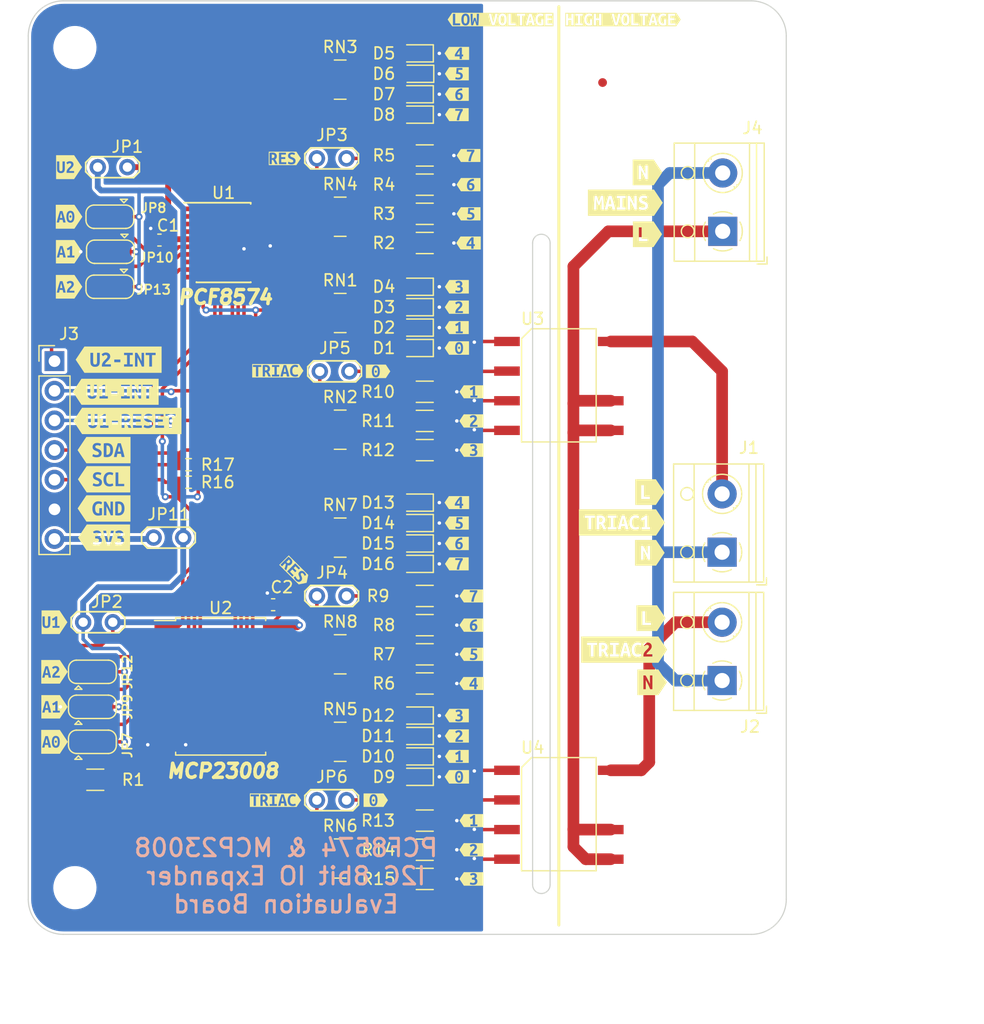
<source format=kicad_pcb>
(kicad_pcb (version 20211014) (generator pcbnew)
  (layers (0 "F.Cu" signal) (31 "B.Cu" signal) (34 "B.Paste" user) (35 "F.Paste" user) (36 "B.SilkS" user "B.Silkscreen") (37 "F.SilkS" user "F.Silkscreen") (38 "B.Mask" user) (39 "F.Mask" user) (44 "Edge.Cuts" user))
  (net 0 "")
  (net 1 "Net-(C1-Pad1)")
  (net 2 "GND")
  (net 3 "Net-(D1-Pad2)")
  (net 4 "Net-(D2-Pad2)")
  (net 5 "Net-(D3-Pad2)")
  (net 6 "Net-(D4-Pad2)")
  (net 7 "Net-(D5-Pad2)")
  (net 8 "Net-(D6-Pad2)")
  (net 9 "Net-(D7-Pad2)")
  (net 10 "Net-(D8-Pad2)")
  (net 11 "Net-(D9-Pad2)")
  (net 12 "Net-(D10-Pad2)")
  (net 13 "Net-(D11-Pad2)")
  (net 14 "Net-(D12-Pad2)")
  (net 15 "Net-(D13-Pad2)")
  (net 16 "Net-(D14-Pad2)")
  (net 17 "Net-(D15-Pad2)")
  (net 18 "Net-(D16-Pad2)")
  (net 19 "/NEUTRAL")
  (net 20 "/LIVE")
  (net 21 "/~{U1_RESET}")
  (net 22 "/U2_INT")
  (net 23 "/U1_INT")
  (net 24 "/SDA")
  (net 25 "/SCL")
  (net 26 "/+3V3_IN")
  (net 27 "+3V3")
  (net 28 "Net-(JP3-Pad1)")
  (net 29 "Net-(JP3-Pad2)")
  (net 30 "Net-(JP4-Pad1)")
  (net 31 "/U1_A0")
  (net 32 "/U2_A0")
  (net 33 "/U1_A1")
  (net 34 "/U2_A1")
  (net 35 "/U1_A2")
  (net 36 "/U2_A2")
  (net 37 "Net-(R3-Pad1)")
  (net 38 "Net-(R4-Pad1)")
  (net 39 "Net-(JP4-Pad2)")
  (net 40 "Net-(R7-Pad1)")
  (net 41 "Net-(R8-Pad1)")
  (net 42 "Net-(JP5-Pad1)")
  (net 43 "Net-(R11-Pad1)")
  (net 44 "Net-(R12-Pad1)")
  (net 45 "Net-(R13-Pad1)")
  (net 46 "Net-(JP5-Pad2)")
  (net 47 "Net-(JP6-Pad1)")
  (net 48 "Net-(JP6-Pad2)")
  (net 49 "/U1_0")
  (net 50 "/U1_3")
  (net 51 "/U1_1")
  (net 52 "/U1_2")
  (net 53 "/U2_0")
  (net 54 "/U2_3")
  (net 55 "/U2_1")
  (net 56 "/U2_2")
  (net 57 "/U2_4")
  (net 58 "/U2_7")
  (net 59 "/U2_5")
  (net 60 "/U2_6")
  (net 61 "/U1_4")
  (net 62 "/U1_7")
  (net 63 "/U1_5")
  (net 64 "/U1_6")
  (net 65 "Net-(R2-Pad1)")
  (net 66 "Net-(R6-Pad1)")
  (net 67 "Net-(R10-Pad1)")
  (net 68 "Net-(R14-Pad1)")
  (net 69 "Net-(R15-Pad1)")
  (net 70 "Net-(C2-Pad1)")
  (net 71 "/TRIAC2_L")
  (net 72 "/TRIAC1_L")
  (footprint "kibuzzard-61D6AA27" (layer "F.Cu") (at 124.5 78.5)
    (fp_text reference "kibuzzard-61D6AA27" hide)
    (fp_text value "G***" hide)
  )
  (footprint "kibuzzard-61D6B07C" (layer "F.Cu") (at 154.75 101.25)
    (fp_text reference "kibuzzard-61D6B07C" hide)
    (fp_text value "G***" hide)
  )
  (footprint "kibuzzard-61D6B52E" (layer "F.Cu") (at 171.3 82.1)
    (fp_text reference "kibuzzard-61D6B52E" hide)
    (fp_text value "G***" hide)
  )
  (footprint "Resistor_SMD:R_Array_Convex_4x0603" (layer "F.Cu") (at 144.75 76.75)
    (fp_text reference "RN2")
    (fp_text value "150R")
  )
  (footprint "Fiducial:Fiducial_0.75mm_Mask1.5mm" (layer "F.Cu") (at 132.25 44)
    (fp_text reference "FID1" hide)
    (fp_text value "Fiducial")
  )
  (footprint "kibuzzard-61D6A939" (layer "F.Cu") (at 120.25 100.5)
    (fp_text reference "kibuzzard-61D6A939" hide)
    (fp_text value "G***" hide)
  )
  (footprint "kibuzzard-61D6A96C" (layer "F.Cu") (at 120.25 93.25)
    (fp_text reference "kibuzzard-61D6A96C" hide)
    (fp_text value "G***" hide)
  )
  (footprint "LED_SMD:LED_0603_1608Metric" (layer "F.Cu") (at 151.25 106.5 180)
    (fp_text reference "D9")
    (fp_text value "LED")
  )
  (footprint "Package_SO:SSOP-20_4.4x6.5mm_P0.65mm" (layer "F.Cu") (at 134.75 60.75)
    (fp_text reference "U1")
    (fp_text value "PCF8574TS")
  )
  (footprint "kibuzzard-61D6B031" (layer "F.Cu") (at 154.75 86.5)
    (fp_text reference "kibuzzard-61D6B031" hide)
    (fp_text value "G***" hide)
  )
  (footprint "Resistor_SMD:R_Array_Convex_4x0603" (layer "F.Cu") (at 144.75 86)
    (fp_text reference "RN7")
    (fp_text value "150R")
  )
  (footprint "Resistor_SMD:R_1206_3216Metric" (layer "F.Cu") (at 152 60.75)
    (fp_text reference "R2")
    (fp_text value "150R")
  )
  (footprint "TestPoint:TestPoint_2Pads_Pitch2.54mm_Drill0.8mm" (layer "F.Cu") (at 142.75 53.5)
    (fp_text reference "JP3")
    (fp_text value "I_test")
  )
  (footprint "Jumper:SolderJumper-3_P1.3mm_Bridged12_RoundedPad1.0x1.5mm" (layer "F.Cu") (at 125.05 61.5 180)
    (fp_text reference "JP10")
    (fp_text value "U2_A1")
  )
  (footprint "Connector_PinHeader_2.54mm:PinHeader_1x07_P2.54mm_Vertical" (layer "F.Cu") (at 120.25 70.875)
    (fp_text reference "J3")
    (fp_text value "Conn_01x07")
  )
  (footprint "LED_SMD:LED_0603_1608Metric" (layer "F.Cu") (at 151.25 101.25 180)
    (fp_text reference "D12")
    (fp_text value "LED")
  )
  (footprint "kibuzzard-61D6B2E5" (layer "F.Cu") (at 158.5 41.6)
    (fp_text reference "kibuzzard-61D6B2E5" hide)
    (fp_text value "G***" hide)
  )
  (footprint "Resistor_SMD:R_1206_3216Metric" (layer "F.Cu") (at 152 55.75)
    (fp_text reference "R4")
    (fp_text value "150R")
  )
  (footprint "kibuzzard-61D6B53A" (layer "F.Cu") (at 171.5 98.4)
    (fp_text reference "kibuzzard-61D6B53A" hide)
    (fp_text value "G***" hide)
  )
  (footprint "Resistor_SMD:R_1206_3216Metric" (layer "F.Cu") (at 152 53.25)
    (fp_text reference "R5")
    (fp_text value "150R")
  )
  (footprint "Resistor_SMD:R_1206_3216Metric" (layer "F.Cu") (at 152 91)
    (fp_text reference "R9")
    (fp_text value "150R")
  )
  (footprint "kibuzzard-61D6B024" (layer "F.Cu") (at 156 98.5)
    (fp_text reference "kibuzzard-61D6B024" hide)
    (fp_text value "G***" hide)
  )
  (footprint "Resistor_SMD:R_1206_3216Metric" (layer "F.Cu") (at 152 73.5)
    (fp_text reference "R10")
    (fp_text value "150R")
  )
  (footprint "kibuzzard-61D6B52E" (layer "F.Cu") (at 171.4 92.9)
    (fp_text reference "kibuzzard-61D6B52E" hide)
    (fp_text value "G***" hide)
  )
  (footprint "kibuzzard-61D6B629" (layer "F.Cu") (at 140.9 88.9 -45)
    (fp_text reference "kibuzzard-61D6B629" hide)
    (fp_text value "G***" hide)
  )
  (footprint "kibuzzard-61D6B53A" (layer "F.Cu") (at 171.1 54.7)
    (fp_text reference "kibuzzard-61D6B53A" hide)
    (fp_text value "G***" hide)
  )
  (footprint "Resistor_SMD:R_1206_3216Metric" (layer "F.Cu") (at 123.75 106.75 180)
    (fp_text reference "R1")
    (fp_text value "10K")
  )
  (footprint "kibuzzard-61D6B039" (layer "F.Cu") (at 155.75 53.25)
    (fp_text reference "kibuzzard-61D6B039" hide)
    (fp_text value "G***" hide)
  )
  (footprint "TestPoint:TestPoint_2Pads_Pitch2.54mm_Drill0.8mm" (layer "F.Cu") (at 126.5 54.25 180)
    (fp_text reference "JP1")
    (fp_text value "U2_PWR")
  )
  (footprint "TestPoint:TestPoint_2Pads_Pitch2.54mm_Drill0.8mm" (layer "F.Cu") (at 143 71.75)
    (fp_text reference "JP5")
    (fp_text value "I_test")
  )
  (footprint "Resistor_SMD:R_Array_Convex_4x0603" (layer "F.Cu") (at 144.75 66.75)
    (fp_text reference "RN1")
    (fp_text value "150R")
  )
  (footprint "kibuzzard-61D6B5B0" (layer "F.Cu") (at 169.2 57.3)
    (fp_text reference "kibuzzard-61D6B5B0" hide)
    (fp_text value "G***" hide)
  )
  (footprint "Resistor_SMD:R_1206_3216Metric" (layer "F.Cu") (at 152 96)
    (fp_text reference "R7")
    (fp_text value "150R")
  )
  (footprint "kibuzzard-61D6B014" (layer "F.Cu") (at 156 96)
    (fp_text reference "kibuzzard-61D6B014" hide)
    (fp_text value "G***" hide)
  )
  (footprint "Resistor_SMD:R_1206_3216Metric" (layer "F.Cu") (at 152 98.5)
    (fp_text reference "R6")
    (fp_text value "150R")
  )
  (footprint "MountingHole:MountingHole_3.2mm_M3" (layer "F.Cu") (at 122 116)
    (fp_text reference "H4" hide)
    (fp_text value "MountingHole")
  )
  (footprint "kibuzzard-61D6B08B" (layer "F.Cu") (at 154.75 104.75)
    (fp_text reference "kibuzzard-61D6B08B" hide)
    (fp_text value "G***" hide)
  )
  (footprint "kibuzzard-61D6B590" (layer "F.Cu") (at 169.1 95.6)
    (fp_text reference "kibuzzard-61D6B590" hide)
    (fp_text value "G***" hide)
  )
  (footprint "LED_SMD:LED_0603_1608Metric" (layer "F.Cu") (at 151.25 69.75 180)
    (fp_text reference "D1")
    (fp_text value "LED")
  )
  (footprint "LED_SMD:LED_0603_1608Metric" (layer "F.Cu") (at 151.25 66.25 180)
    (fp_text reference "D3")
    (fp_text value "LED")
  )
  (footprint "kibuzzard-61D6B53A" (layer "F.Cu") (at 171.3 87.3)
    (fp_text reference "kibuzzard-61D6B53A" hide)
    (fp_text value "G***" hide)
  )
  (footprint "kibuzzard-61D6B039" (layer "F.Cu") (at 156 91)
    (fp_text reference "kibuzzard-61D6B039" hide)
    (fp_text value "G***" hide)
  )
  (footprint "kibuzzard-61D6B014" (layer "F.Cu") (at 155.75 58.25)
    (fp_text reference "kibuzzard-61D6B014" hide)
    (fp_text value "G***" hide)
  )
  (footprint "kibuzzard-61D6B083" (layer "F.Cu") (at 154.75 66.25)
    (fp_text reference "kibuzzard-61D6B083" hide)
    (fp_text value "G***" hide)
  )
  (footprint "kibuzzard-61D6B091" (layer "F.Cu") (at 148 71.75 180)
    (fp_text reference "kibuzzard-61D6B091" hide)
    (fp_text value "G***" hide)
  )
  (footprint "kibuzzard-61D6B014" (layer "F.Cu") (at 154.75 84.75)
    (fp_text reference "kibuzzard-61D6B014" hide)
    (fp_text value "G***" hide)
  )
  (footprint "Resistor_SMD:R_0603_1608Metric" (layer "F.Cu") (at 131.75 81.25 180)
    (fp_text reference "R16")
    (fp_text value "4K7")
  )
  (footprint "kibuzzard-61D6B031" (layer "F.Cu") (at 156 93.5)
    (fp_text reference "kibuzzard-61D6B031" hide)
    (fp_text value "G***" hide)
  )
  (footprint "kibuzzard-61D6B08B" (layer "F.Cu") (at 154.75 68)
    (fp_text reference "kibuzzard-61D6B08B" hide)
    (fp_text value "G***" hide)
  )
  (footprint "kibuzzard-61D6B08B" (layer "F.Cu") (at 156 110.25)
    (fp_text reference "kibuzzard-61D6B08B" hide)
    (fp_text value "G***" hide)
  )
  (footprint "Resistor_SMD:R_1206_3216Metric" (layer "F.Cu") (at 152 112.75)
    (fp_text reference "R14")
    (fp_text value "150R")
  )
  (footprint "LED_SMD:LED_0603_1608Metric" (layer "F.Cu") (at 151.25 44.5 180)
    (fp_text reference "D5")
    (fp_text value "LED")
  )
  (footprint "kibuzzard-61D6AAC0" (layer "F.Cu") (at 125.75 70.75)
    (fp_text reference "kibuzzard-61D6AAC0" hide)
    (fp_text value "G***" hide)
  )
  (footprint "kibuzzard-61D6B07C" (layer "F.Cu") (at 154.75 64.5)
    (fp_text reference "kibuzzard-61D6B07C" hide)
    (fp_text value "G***" hide)
  )
  (footprint "LED_SMD:LED_0603_1608Metric" (layer "F.Cu") (at 151.2875 46.25 180)
    (fp_text reference "D6")
    (fp_text value "LED")
  )
  (footprint "Resistor_SMD:R_1206_3216Metric" (layer "F.Cu") (at 152 93.5)
    (fp_text reference "R8")
    (fp_text value "150R")
  )
  (footprint "Resistor_SMD:R_1206_3216Metric" (layer "F.Cu") (at 152 78.5)
    (fp_text reference "R12")
    (fp_text value "150R")
  )
  (footprint "Fiducial:Fiducial_0.75mm_Mask1.5mm" (layer "F.Cu") (at 167.25 47)
    (fp_text reference "FID2" hide)
    (fp_text value "Fiducial")
  )
  (footprint "kibuzzard-61D6B07C" (layer "F.Cu") (at 156 78.5)
    (fp_text reference "kibuzzard-61D6B07C" hide)
    (fp_text value "G***" hide)
  )
  (footprint "Resistor_SMD:R_0603_1608Metric" (layer "F.Cu") (at 131.75 79.75 180)
    (fp_text reference "R17")
    (fp_text value "4K7")
  )
  (footprint "Jumper:SolderJumper-3_P1.3mm_Bridged12_RoundedPad1.0x1.5mm" (layer "F.Cu") (at 125 58.5 180)
    (fp_text reference "JP8")
    (fp_text value "U2_A0")
  )
  (footprint "LED_SMD:LED_0603_1608Metric" (layer "F.Cu") (at 151.25 86.5 180)
    (fp_text reference "D15")
    (fp_text value "LED")
  )
  (footprint "kibuzzard-61D6B07C" (layer "F.Cu") (at 156 115.25)
    (fp_text reference "kibuzzard-61D6B07C" hide)
    (fp_text value "G***" hide)
  )
  (footprint "Resistor_SMD:R_1206_3216Metric" (layer "F.Cu") (at 152 76)
    (fp_text reference "R11")
    (fp_text value "150R")
  )
  (footprint "Fiducial:Fiducial_0.75mm_Mask1.5mm" (layer "F.Cu") (at 120.6 110.6)
    (fp_text reference "FID3" hide)
    (fp_text value "Fiducial")
  )
  (footprint "kibuzzard-61D6B083" (layer "F.Cu") (at 156 112.75)
    (fp_text reference "kibuzzard-61D6B083" hide)
    (fp_text value "G***" hide)
  )
  (footprint "Resistor_SMD:R_1206_3216Metric" (layer "F.Cu") (at 152 115.25)
    (fp_text reference "R15")
    (fp_text value "150R")
  )
  (footprint "LED_SMD:LED_0603_1608Metric" (layer "F.Cu") (at 151.25 88.25 180)
    (fp_text reference "D16")
    (fp_text value "LED")
  )
  (footprint "kibuzzard-61D6AA30" (layer "F.Cu") (at 124.5 83.5)
    (fp_text reference "kibuzzard-61D6AA30" hide)
    (fp_text value "G***" hide)
  )
  (footprint "kibuzzard-61D6B014" (layer "F.Cu") (at 154.75 46.25)
    (fp_text reference "kibuzzard-61D6B014" hide)
    (fp_text value "G***" hide)
  )
  (footprint "kibuzzard-61D6B031" (layer "F.Cu") (at 154.75 48)
    (fp_text reference "kibuzzard-61D6B031" hide)
    (fp_text value "G***" hide)
  )
  (footprint "kibuzzard-61D6B08B" (layer "F.Cu") (at 156 73.5)
    (fp_text reference "kibuzzard-61D6B08B" hide)
    (fp_text value "G***" hide)
  )
  (footprint "TestPoint:TestPoint_2Pads_Pitch2.54mm_Drill0.8mm" (layer "F.Cu") (at 128.75 86)
    (fp_text reference "JP11")
    (fp_text value "3V3")
  )
  (footprint "Jumper:SolderJumper-3_P1.3mm_Bridged12_RoundedPad1.0x1.5mm" (layer "F.Cu") (at 123.5 103.5)
    (fp_text reference "JP7")
    (fp_text value "U1_A0")
  )
  (footprint "kibuzzard-61D6AAB0" (layer "F.Cu") (at 125.5 73.5)
    (fp_text reference "kibuzzard-61D6AAB0" hide)
    (fp_text value "G***" hide)
  )
  (footprint "LED_SMD:LED_0603_1608Metric" (layer "F.Cu") (at 151.25 84.75 180)
    (fp_text reference "D14")
    (fp_text value "LED")
  )
  (footprint "TestPoint:TestPoint_2Pads_Pitch2.54mm_Drill0.8mm" (layer "F.Cu") (at 125.25 93.25 180)
    (fp_text reference "JP2")
    (fp_text value "U1_PWR")
  )
  (footprint "Capacitor_SMD:C_0603_1608Metric" (layer "F.Cu") (at 139 91.75 180)
    (fp_text reference "C2")
    (fp_text value "0.1uF")
  )
  (footprint "Resistor_SMD:R_Array_Convex_4x0603" (layer "F.Cu") (at 144.75 46.75)
    (fp_text reference "RN3")
    (fp_text value "150R")
  )
  (footprint "kibuzzard-61D6B574" (layer "F.Cu") (at 168.9 84.7)
    (fp_text reference "kibuzzard-61D6B574" hide)
    (fp_text value "G***" hide)
  )
  (footprint "kibuzzard-61D6B039" (layer "F.Cu") (at 154.75 88.25)
    (fp_text reference "kibuzzard-61D6B039" hide)
    (fp_text value "G***" hide)
  )
  (footprint "Resistor_SMD:R_1206_3216Metric" (layer "F.Cu") (at 152 58.25)
    (fp_text reference "R3")
    (fp_text value "150R")
  )
  (footprint "kibuzzard-61D6B616" (layer "F.Cu") (at 139.2 108.5)
    (fp_text reference "kibuzzard-61D6B616" hide)
    (fp_text value "G***" hide)
  )
  (footprint "Jumper:SolderJumper-3_P1.3mm_Bridged12_RoundedPad1.0x1.5mm" (layer "F.Cu") (at 123.5 97.5)
    (fp_text reference "JP12")
    (fp_text value "U1_A2")
  )
  (footprint "kibuzzard-61D6B091" (layer "F.Cu") (at 154.75 69.75)
    (fp_text reference "kibuzzard-61D6B091" hide)
    (fp_text value "G***" hide)
  )
  (footprint "kibuzzard-61D6B2FB" (layer "F.Cu") (at 169 41.6)
    (fp_text reference "kibuzzard-61D6B2FB" hide)
    (fp_text value "G***" hide)
  )
  (footprint "kibuzzard-61D6B024" (layer "F.Cu") (at 154.75 83)
    (fp_text reference "kibuzzard-61D6B024" hide)
    (fp_text value "G***" hide)
  )
  (footprint "kibuzzard-61D6A941" (layer "F.Cu") (at 120.25 103.5)
    (fp_text reference "kibuzzard-61D6A941" hide)
    (fp_text value "G***" hide)
  )
  (footprint "Capacitor_SMD:C_0603_1608Metric" (layer "F.Cu") (at 129.25 60.5 180)
    (fp_text reference "C1")
    (fp_text value "0.1uF")
  )
  (footprint "Resistor_SMD:R_Array_Convex_4x0603" (layer "F.Cu") (at 144.75 58.5)
    (fp_text reference "RN4")
    (fp_text value "150R")
  )
  (footprint "TestPoint:TestPoint_2Pads_Pitch2.54mm_Drill0.8mm" (layer "F.Cu") (at 142.75 108.5)
    (fp_text reference "JP6")
    (fp_text value "I_test")
  )
  (footprint "kibuzzard-61D6B091" (layer "F.Cu") (at 154.75 106.5)
    (fp_text reference "kibuzzard-61D6B091" hide)
    (fp_text value "G***" hide)
  )
  (footprint "kibuzzard-61D6B083" (layer "F.Cu") (at 156 76)
    (fp_text reference "kibuzzard-61D6B083" hide)
    (fp_text value "G***" hide)
  )
  (footprint "LED_SMD:LED_0603_1608Metric" (layer "F.Cu") (at 151.25 83 180)
    (fp_text reference "D13")
    (fp_text value "LED")
  )
  (footprint "Resistor_SMD:R_1206_3216Metric" (layer "F.Cu") (at 152 110.25)
    (fp_text reference "R13")
    (fp_text value "150R")
  )
  (footprint "LED_SMD:LED_0603_1608Metric" (layer "F.Cu") (at 151.25 64.5 180)
    (fp_text reference "D4")
    (fp_text value "LED")
  )
  (footprint "kibuzzard-61D6AAA3" (layer "F.Cu") (at 126.5 76)
    (fp_text reference "kibuzzard-61D6AAA3" hide)
    (fp_text value "G***" hide)
  )
  (footprint "kibuzzard-61D6B091" (layer "F.Cu") (at 147.8 108.5 180)
    (fp_text reference "kibuzzard-61D6B091" hide)
    (fp_text value "G***" hide)
  )
  (footprint "MountingHole:MountingHole_3.2mm_M3" (layer "F.Cu") (at 179 44)
    (fp_text reference "H2" hide)
    (fp_text value "MountingHole")
  )
  (footprint "kibuzzard-61D6AA1A" (layer "F.Cu") (at 124.5 81)
    (fp_text reference "kibuzzard-61D6AA1A" hide)
    (fp_text value "G***" hide)
  )
  (footprint "Resistor_SMD:R_Array_Convex_4x0603" (layer "F.Cu") (at 144.75 96)
    (fp_text reference "RN8")
    (fp_text value "150R")
  )
  (footprint "Jumper:SolderJumper-3_P1.3mm_Bridged12_RoundedPad1.0x1.5mm" (layer "F.Cu") (at 125 64.5 180)
    (fp_text reference "JP13")
    (fp_text value "U2_A2")
  )
  (footprint "MountingHole:MountingHole_3.2mm_M3" (layer "F.Cu") (at 122 44)
    (fp_text reference "H1" hide)
    (fp_text value "MountingHole")
  )
  (footprint "kibuzzard-61D6A986" (layer "F.Cu") (at 121.5 58.5)
    (fp_text reference "kibuzzard-61D6A986" hide)
    (fp_text value "G***" hide)
  )
  (footprint "kibuzzard-61D6B52E" (layer "F.Cu") (at 171.1 60)
    (fp_text reference "kibuzzard-61D6B52E" hide)
    (fp_text value "G***" hide)
  )
  (footprint "LED_SMD:LED_0603_1608Metric" (layer "F.Cu") (at 151.25 68 180)
    (fp_text reference "D2")
    (fp_text value "LED")
  )
  (footprint "MountingHole:MountingHole_3.2mm_M3" (layer "F.Cu") (at 179 116)
    (fp_text reference "H3" hide)
    (fp_text value "MountingHole")
  )
  (footprint "kibuzzard-61D6A8A9" (layer "F.Cu") (at 120.25 97.5)
    (fp_text reference "kibuzzard-61D6A8A9" hide)
    (fp_text value "G***" hide)
  )
  (footprint "kibuzzard-61D6B024" (layer "F.Cu") (at 154.75 44.5)
    (fp_text reference "kibuzzard-61D6B024" hide)
    (fp_text value "G***" hide)
  )
  (footprint "kibuzzard-61D6B083" (layer "F.Cu") (at 154.75 103)
    (fp_text reference "kibuzzard-61D6B083" hide)
    (fp_text value "G***" hide)
  )
  (footprint "kibuzzard-61D6A99E" (layer "F.Cu") (at 121.5 64.5)
    (fp_text reference "kibuzzard-61D6A99E" hide)
    (fp_text value "G***" hide)
  )
  (footprint "TestPoint:TestPoint_2Pads_Pitch2.54mm_Drill0.8mm" (layer "F.Cu") (at 142.75 91)
    (fp_text reference "JP4")
    (fp_text value "I_test")
  )
  (footprint "kibuzzard-61D6B616" (layer "F.Cu") (at 139.4 71.7)
    (fp_text reference "kibuzzard-61D6B616" hide)
    (fp_text value "G***" hide)
  )
  (footprint "kibuzzard-61D6A996" (layer "F.Cu") (at 121.5 61.5)
    (fp_text reference "kibuzzard-61D6A996" hide)
    (fp_text value "G***" hide)
  )
  (footprint "voltlog:SOIC-7" (layer "F.Cu") (at 163.5 109.75 -90)
    (fp_text reference "U4")
    (fp_text value "BC3223")
  )
  (footprint "TerminalBlock_RND:TerminalBlock_RND_205-00012_1x02_P5.00mm_Horizontal" (layer "F.Cu") (at 177.55 59.75 90)
    (fp_text reference "J4")
    (fp_text value "MAINS INPUT")
  )
  (footprint "LED_SMD:LED_0603_1608Metric" (layer "F.Cu") (at 151.25 103 180)
    (fp_text reference "D11")
    (fp_text value "LED")
  )
  (footprint "voltlog:SOIC-7" (layer "F.Cu") (at 163.5 73 -90)
    (fp_text reference "U3")
    (fp_text value "BC3223")
  )
  (footprint "Resistor_SMD:R_Array_Convex_4x0603" (layer "F.Cu") (at 144.75 113.5)
    (fp_text reference "RN6")
    (fp_text value "150R")
  )
  (footprint "kibuzzard-61D6B629" (layer "F.Cu") (at 140 53.5)
    (fp_text reference "kibuzzard-61D6B629" hide)
    (fp_text value "G***" hide)
  )
  (footprint "kibuzzard-61D6B024" (layer "F.Cu") (at 155.75 60.75)
    (fp_text reference "kibuzzard-61D6B024" hide)
    (fp_text value "G***" hide)
  )
  (footprint "Package_SO:SOIC-18W_7.5x11.6mm_P1.27mm" (layer "F.Cu") (at 134.5 98.75)
    (fp_text reference "U2")
    (fp_text value "MCP23008-xSO")
  )
  (footprint "kibuzzard-61D6B031" (layer "F.Cu") (at 155.75 55.75)
    (fp_text reference "kibuzzard-61D6B031" hide)
    (fp_text value "G***" hide)
  )
  (footprint "LED_SMD:LED_0603_1608Metric" (layer "F.Cu") (at 151.25 49.75 180)
    (fp_text reference "D8")
    (fp_text value "LED")
  )
  (footprint "kibuzzard-61D6A9B1" (layer "F.Cu") (at 121.5 54.25)
    (fp_text reference "kibuzzard-61D6A9B1" hide)
    (fp_text value "G***" hide)
  )
  (footprint "TerminalBlock_RND:TerminalBlock_RND_205-00012_1x02_P5.00mm_Horizontal" (layer "F.Cu") (at 177.5 98.25 90)
    (fp_text reference "J2")
    (fp_text value "TRIAC OUT")
  )
  (footprint "LED_SMD:LED_0603_1608Metric" (layer "F.Cu") (at 151.25 104.75 180)
    (fp_text reference "D10")
    (fp_text value "LED")
  )
  (footprint "kibuzzard-61D6AA3A" (layer "F.Cu") (at 124.5 86)
    (fp_text reference "kibuzzard-61D6AA3A" hide)
    (fp_text value "G***" hide)
  )
  (footprint "Resistor_SMD:R_Array_Convex_4x0603" (layer "F.Cu") (at 144.75 103.5)
    (fp_text reference "RN5")
    (fp_text value "150R")
  )
  (footprint "kibuzzard-61D6B039" (layer "F.Cu") (at 154.75 49.75)
    (fp_text reference "kibuzzard-61D6B039" hide)
    (fp_text value "G***" hide)
  )
  (footprint "Jumper:SolderJumper-3_P1.3mm_Bridged12_RoundedPad1.0x1.5mm" (layer "F.Cu") (at 123.5 100.5)
    (fp_text reference "JP9")
    (fp_text value "U1_A1")
  )
  (footprint "TerminalBlock_RND:TerminalBlock_RND_205-00012_1x02_P5.00mm_Horizontal" (layer "F.Cu") (at 177.5 87.25 90)
    (fp_text reference "J1")
    (fp_text value "TRIAC OUT")
  )
  (footprint "LED_SMD:LED_0603_1608Metric" (layer "F.Cu") (at 151.25 48 180)
    (fp_text reference "D7")
    (fp_text value "LED")
  )
  (gr_line (start 163.5 40.5) (end 163.5 119.2) (layer "F.SilkS") (width 0.25))
  (gr_arc (start 162.75 115.75) (mid 162 116.5) (end 161.25 115.75) (layer "Edge.Cuts") (width 0.1))
  (gr_line (start 183 43) (end 183 117) (layer "Edge.Cuts") (width 0.1))
  (gr_arc (start 180 40) (mid 182.12132 40.87868) (end 183 43) (layer "Edge.Cuts") (width 0.1))
  (gr_line (start 162.75 60.75) (end 162.75 115.75) (layer "Edge.Cuts") (width 0.1))
  (gr_line (start 121 40) (end 180 40) (layer "Edge.Cuts") (width 0.1))
  (gr_arc (start 118 43) (mid 118.87868 40.87868) (end 121 40) (layer "Edge.Cuts") (width 0.1))
  (gr_line (start 161.25 60.75) (end 161.25 115.75) (layer "Edge.Cuts") (width 0.1))
  (gr_line (start 180 120) (end 121 120) (layer "Edge.Cuts") (width 0.1))
  (gr_line (start 118 117) (end 118 43) (layer "Edge.Cuts") (width 0.1))
  (gr_arc (start 161.25 60.75) (mid 162 60) (end 162.75 60.75) (layer "Edge.Cuts") (width 0.1))
  (gr_arc (start 121 120) (mid 118.87868 119.12132) (end 118 117) (layer "Edge.Cuts") (width 0.1))
  (gr_arc (start 183 117) (mid 182.12132 119.12132) (end 180 120) (layer "Edge.Cuts") (width 0.1))
  (gr_text "revA 0122" (at 133.3 118) (layer "F.Cu") (effects (font (size 1 1) (thickness 0.2))))
  (gr_text "www.voltlog.com" (at 133.4 115.9) (layer "F.Cu") (effects (font (size 1 1) (thickness 0.25) italic)))
  (gr_text "PCF8574 & MCP23008\nI2C 8bit IO Expander\nEvaluation Board" (at 140.1 115) (layer "B.SilkS") (effects (font (size 1.5 1.5) (thickness 0.25)) (justify mirror)))
  (gr_text "MCP23008" (at 134.7 106) (layer "F.SilkS") (effects (font (size 1.2 1.2) (thickness 0.3) italic)))
  (gr_text "PCF8574" (at 134.9 65.4) (layer "F.SilkS") (effects (font (size 1.2 1.2) (thickness 0.3) italic)))
  (segment (start 130 60.475) (end 130.025 60.5) (width 0.5) (layer "F.Cu") (net 1))
  (segment (start 130 55.5) (end 130 60.475) (width 0.5) (layer "F.Cu") (net 1))
  (segment (start 131.85 60.425) (end 130.1 60.425) (width 0.5) (layer "F.Cu") (net 1))
  (segment (start 128.75 54.25) (end 130 55.5) (width 0.5) (layer "F.Cu") (net 1))
  (segment (start 130.1 60.425) (end 130.025 60.5) (width 0.5) (layer "F.Cu") (net 1))
  (segment (start 126.5 54.25) (end 128.75 54.25) (width 0.5) (layer "F.Cu") (net 1))
  (segment (start 152.0375 68) (end 153.25 68) (width 0.3) (layer "F.Cu") (net 2))
  (segment (start 153.4625 73.5) (end 154.75 73.5) (width 0.3) (layer "F.Cu") (net 2))
  (segment (start 152.0375 49.75) (end 153.25 49.75) (width 0.3) (layer "F.Cu") (net 2))
  (segment (start 152.0375 66.25) (end 153.25 66.25) (width 0.3) (layer "F.Cu") (net 2))
  (segment (start 128.33 103.83) (end 128.25 103.75) (width 0.3) (layer "F.Cu") (net 2))
  (segment (start 152.0375 88.25) (end 153.25 88.25) (width 0.3) (layer "F.Cu") (net 2))
  (segment (start 153.4625 91) (end 154.75 91) (width 0.3) (layer "F.Cu") (net 2))
  (segment (start 138.675 61.075) (end 138.75 61) (width 0.3) (layer "F.Cu") (net 2))
  (segment (start 159.05 113.56) (end 156.31 113.56) (width 0.3) (layer "F.Cu") (net 2))
  (segment (start 156.31 105.94) (end 156.25 106) (width 0.3) (layer "F.Cu") (net 2))
  (segment (start 137.65 61.075) (end 136.675 61.075) (width 0.3) (layer "F.Cu") (net 2))
  (segment (start 123.75 61.5) (end 123.75 58.55) (width 0.3) (layer "F.Cu") (net 2))
  (segment (start 153.4625 110.25) (end 154.75 110.25) (width 0.3) (layer "F.Cu") (net 2))
  (segment (start 123.7 61.55) (end 123.75 61.5) (width 0.3) (layer "F.Cu") (net 2))
  (segment (start 152.0375 84.75) (end 153.25 84.75) (width 0.3) (layer "F.Cu") (net 2))
  (segment (start 156.31 76.81) (end 156.25 76.75) (width 0.3) (layer "F.Cu") (net 2))
  (segment (start 152.0375 106.5) (end 153.25 106.5) (width 0.3) (layer "F.Cu") (net 2))
  (segment (start 156.31 113.56) (end 156.25 113.5) (width 0.3) (layer "F.Cu") (net 2))
  (segment (start 129.85 103.83) (end 131.42 103.83) (width 0.3) (layer "F.Cu") (net 2))
  (segment (start 153.4625 60.75) (end 154.5 60.75) (width 0.3) (layer "F.Cu") (net 2))
  (segment (start 122.2 100.5) (end 122.2 97.5) (width 0.3) (layer "F.Cu") (net 2))
  (segment (start 152.075 46.25) (end 153.25 46.25) (width 0.3) (layer "F.Cu") (net 2))
  (segment (start 123.75 61.5) (end 122.5 61.5) (width 0.3) (layer "F.Cu") (net 2))
  (segment (start 137.65 61.075) (end 138.675 61.075) (width 0.3) (layer "F.Cu") (net 2))
  (segment (start 152.0375 83) (end 153.25 83) (width 0.3) (layer "F.Cu") (net 2))
  (segment (start 153.4625 93.5) (end 154.75 93.5) (width 0.3) (layer "F.Cu") (net 2))
  (segment (start 129.85 103.83) (end 128.33 103.83) (width 0.3) (layer "F.Cu") (net 2))
  (segment (start 159.05 74.27) (end 156.27 74.27) (width 0.3) (layer "F.Cu") (net 2))
  (segment (start 152.0375 86.5) (end 153.25 86.5) (width 0.3) (layer "F.Cu") (net 2))
  (segment (start 128.475 59.525) (end 128.5 59.5) (width 0.3) (layer "F.Cu") (net 2))
  (segment (start 153.4625 76) (end 154.75 76) (width 0.3) (layer "F.Cu") (net 2))
  (segment (start 138.225 91.025) (end 138.5 90.75) (width 0.3) (layer "F.Cu") (net 2))
  (segment (start 153.4625 98.5) (end 154.75 98.5) (width 0.3) (layer "F.Cu") (net 2))
  (segment (start 153.4625 115.25) (end 154.75 115.25) (width 0.3) (layer "F.Cu") (net 2))
  (segment (start 152.0375 44.5) (end 153.25 44.5) (width 0.3) (layer "F.Cu") (net 2))
  (segment (start 153.4625 112.75) (end 154.75 112.75) (width 0.3) (layer "F.Cu") (net 2))
  (segment (start 153.4625 58.25) (end 154.5 58.25) (width 0.3) (layer "F.Cu") (net 2))
  (segment (start 153.4625 96) (end 154.75 96) (width 0.3) (layer "F.Cu") (net 2))
  (segment (start 152.0375 103) (end 153.25 103) (width 0.3) (layer "F.Cu") (net 2))
  (segment (start 128.475 60.5) (end 128.475 59.525) (width 0.3) (layer "F.Cu") (net 2))
  (segment (start 156.27 111.02) (end 156.25 111) (width 0.3) (layer "F.Cu") (net 2))
  (segment (start 153.4625 78.5) (end 154.75 78.5) (width 0.3) (layer "F.Cu") (net 2))
  (segment (start 156.27 74.27) (end 156.25 74.25) (width 0.3) (layer "F.Cu") (net 2))
  (segment (start 123.75 58.55) (end 123.7 58.5) (width 0.3) (layer "F.Cu") (net 2))
  (segment (start 156.31 69.19) (end 156.25 69.25) (width 0.3) (layer "F.Cu") (net 2))
  (segment (start 152.0375 104.75) (end 153.25 104.75) (width 0.3) (layer "F.Cu") (net 2))
  (segment (start 152.0375 48) (end 153.25 48) (width 0.3) (layer "F.Cu") (net 2))
  (segment (start 153.4625 55.75) (end 154.5 55.75) (width 0.3) (layer "F.Cu") (net 2))
  (segment (start 159.05 111.02) (end 156.27 111.02) (width 0.3) (layer "F.Cu") (net 2))
  (segment (start 122.2 100.5) (end 120.75 100.5) (width 0.3) (layer "F.Cu") (net 2))
  (segment (start 159.05 105.94) (end 156.31 105.94) (width 0.3) (layer "F.Cu") (net 2))
  (segment (start 136.675 61.075) (end 136.5 61.25) (width 0.3) (layer "F.Cu") (net 2))
  (segment (start 131.42 103.83) (end 131.5 103.75) (width 0.3) (layer "F.Cu") (net 2))
  (segment (start 152.0375 69.75) (end 153.25 69.75) (width 0.3) (layer "F.Cu") (net 2))
  (segment (start 152.0375 101.25) (end 153.25 101.25) (width 0.3) (layer "F.Cu") (net 2))
  (segment (start 153.4625 53.25) (end 154.5 53.25) (width 0.3) (layer "F.Cu") (net 2))
  (segment (start 159.05 76.81) (end 156.31 76.81) (width 0.3) (layer "F.Cu") (net 2))
  (segment (start 122.2 103.5) (end 122.2 100.5) (width 0.3) (layer "F.Cu") (net 2))
  (segment (start 152.0375 64.5) (end 153.25 64.5) (width 0.3) (layer "F.Cu") (net 2))
  (segment (start 159.05 69.19) (end 156.31 69.19) (width 0.3) (layer "F.Cu") (net 2))
  (segment (start 123.7 64.5) (end 123.7 61.55) (width 0.3) (layer "F.Cu") (net 2))
  (segment (start 138.225 91.75) (end 138.225 91.025) (width 0.3) (layer "F.Cu") (net 2))
  (via (at 153.25 106.5) (size 0.6) (drill 0.3) (layers "F.Cu" "B.Cu") (net 2))
  (via (at 153.25 44.5) (size 0.6) (drill 0.3) (layers "F.Cu" "B.Cu") (net 2))
  (via (at 154.5 53.25) (size 0.6) (drill 0.3) (layers "F.Cu" "B.Cu") (net 2))
  (via (at 128.5 59.5) (size 0.6) (drill 0.3) (layers "F.Cu" "B.Cu") (net 2))
  (via (at 154.5 55.75) (size 0.6) (drill 0.3) (layers "F.Cu" "B.Cu") (net 2))
  (via (at 153.25 68) (size 0.6) (drill 0.3) (layers "F.Cu" "B.Cu") (net 2))
  (via (at 138.75 61) (size 0.6) (drill 0.3) (layers "F.Cu" "B.Cu") (net 2))
  (via (at 153.25 49.75) (size 0.6) (drill 0.3) (layers "F.Cu" "B.Cu") (net 2))
  (via (at 156.25 106) (size 0.6) (drill 0.3) (layers "F.Cu" "B.Cu") (net 2))
  (via (at 154.75 115.25) (size 0.6) (drill 0.3) (layers "F.Cu" "B.Cu") (net 2))
  (via (at 154.75 76) (size 0.6) (drill 0.3) (layers "F.Cu" "B.Cu") (net 2))
  (via (at 153.25 104.75) (size 0.6) (drill 0.3) (layers "F.Cu" "B.Cu") (net 2))
  (via (at 156.25 74.25) (size 0.6) (drill 0.3) (layers "F.Cu" "B.Cu") (net 2))
  (via (at 153.25 103) (size 0.6) (drill 0.3) (layers "F.Cu" "B.Cu") (net 2))
  (via (at 156.25 111) (size 0.6) (drill 0.3) (layers "F.Cu" "B.Cu") (net 2))
  (via (at 154.5 60.75) (size 0.6) (drill 0.3) (layers "F.Cu" "B.Cu") (net 2))
  (via (at 153.25 83) (size 0.6) (drill 0.3) (layers "F.Cu" "B.Cu") (net 2))
  (via (at 153.25 101.25) (size 0.6) (drill 0.3) (layers "F.Cu" "B.Cu") (net 2))
  (via (at 153.25 66.25) (size 0.6) (drill 0.3) (layers "F.Cu" "B.Cu") (net 2))
  (via (at 128.25 103.75) (size 0.6) (drill 0.3) (layers "F.Cu" "B.Cu") (net 2))
  (via (at 154.75 78.5) (size 0.6) (drill 0.3) (layers "F.Cu" "B.Cu") (net 2))
  (via (at 154.75 73.5) (size 0.6) (drill 0.3) (layers "F.Cu" "B.Cu") (net 2))
  (via (at 154.75 96) (size 0.6) (drill 0.3) (layers "F.Cu" "B.Cu") (net 2))
  (via (at 131.5 103.75) (size 0.6) (drill 0.3) (layers "F.Cu" "B.Cu") (net 2))
  (via (at 153.25 88.25) (size 0.6) (drill 0.3) (layers "F.Cu" "B.Cu") (net 2))
  (via (at 156.25 69.25) (size 0.6) (drill 0.3) (layers "F.Cu" "B.Cu") (net 2))
  (via (at 153.25 86.5) (size 0.6) (drill 0.3) (layers "F.Cu" "B.Cu") (net 2))
  (via (at 154.5 58.25) (size 0.6) (drill 0.3) (layers "F.Cu" "B.Cu") (net 2))
  (via (at 154.75 93.5) (size 0.6) (drill 0.3) (layers "F.Cu" "B.Cu") (net 2))
  (via (at 136.5 61.25) (size 0.6) (drill 0.3) (layers "F.Cu" "B.Cu") (net 2))
  (via (at 153.25 48) (size 0.6) (drill 0.3) (layers "F.Cu" "B.Cu") (net 2))
  (via (at 138.5 90.75) (size 0.6) (drill 0.3) (layers "F.Cu" "B.Cu") (net 2))
  (via (at 154.75 110.25) (size 0.6) (drill 0.3) (layers "F.Cu" "B.Cu") (net 2))
  (via (at 153.25 84.75) (size 0.6) (drill 0.3) (layers "F.Cu" "B.Cu") (net 2))
  (via (at 153.25 46.25) (size 0.6) (drill 0.3) (layers "F.Cu" "B.Cu") (net 2))
  (via (at 120.75 100.5) (size 0.6) (drill 0.3) (layers "F.Cu" "B.Cu") (net 2))
  (via (at 156.25 76.75) (size 0.6) (drill 0.3) (layers "F.Cu" "B.Cu") (net 2))
  (via (at 154.75 91) (size 0.6) (drill 0.3) (layers "F.Cu" "B.Cu") (net 2))
  (via (at 153.25 64.5) (size 0.6) (drill 0.3) (layers "F.Cu" "B.Cu") (net 2))
  (via (at 154.75 98.5) (size 0.6) (drill 0.3) (layers "F.Cu" "B.Cu") (net 2))
  (via (at 156.25 113.5) (size 0.6) (drill 0.3) (layers "F.Cu" "B.Cu") (net 2))
  (via (at 153.25 69.75) (size 0.6) (drill 0.3) (layers "F.Cu" "B.Cu") (net 2))
  (via (at 154.75 112.75) (size 0.6) (drill 0.3) (layers "F.Cu" "B.Cu") (net 2))
  (via (at 122.5 61.5) (size 0.6) (drill 0.3) (layers "F.Cu" "B.Cu") (net 2))
  (segment (start 146.45 67.95) (end 148.25 69.75) (width 0.3) (layer "F.Cu") (net 3))
  (segment (start 145.65 67.95) (end 146.45 67.95) (width 0.3) (layer "F.Cu") (net 3))
  (segment (start 148.25 69.75) (end 150.4625 69.75) (width 0.3) (layer "F.Cu") (net 3))
  (segment (start 145.65 67.15) (end 147.4 67.15) (width 0.3) (layer "F.Cu") (net 4))
  (segment (start 148.25 68) (end 150.4625 68) (width 0.3) (layer "F.Cu") (net 4))
  (segment (start 147.4 67.15) (end 148.25 68) (width 0.3) (layer "F.Cu") (net 4))
  (segment (start 150.3625 66.35) (end 150.4625 66.25) (width 0.3) (layer "F.Cu") (net 5))
  (segment (start 145.65 66.35) (end 150.3625 66.35) (width 0.3) (layer "F.Cu") (net 5))
  (segment (start 145.65 65.55) (end 147.2 65.55) (width 0.3) (layer "F.Cu") (net 6))
  (segment (start 148.25 64.5) (end 150.4625 64.5) (width 0.3) (layer "F.Cu") (net 6))
  (segment (start 147.2 65.55) (end 148.25 64.5) (width 0.3) (layer "F.Cu") (net 6))
  (segment (start 148.5 44.5) (end 150.4625 44.5) (width 0.3) (layer "F.Cu") (net 7))
  (segment (start 147.45 45.55) (end 148.5 44.5) (width 0.3) (layer "F.Cu") (net 7))
  (segment (start 145.65 45.55) (end 147.45 45.55) (width 0.3) (layer "F.Cu") (net 7))
  (segment (start 150.4 46.35) (end 150.5 46.25) (width 0.3) (layer "F.Cu") (net 8))
  (segment (start 145.65 46.35) (end 150.4 46.35) (width 0.3) (layer "F.Cu") (net 8))
  (segment (start 148.75 48) (end 150.4625 48) (width 0.3) (layer "F.Cu") (net 9))
  (segment (start 145.65 47.15) (end 147.9 47.15) (width 0.3) (layer "F.Cu") (net 9))
  (segment (start 147.9 47.15) (end 148.75 48) (width 0.3) (layer "F.Cu") (net 9))
  (segment (start 146.95 47.95) (end 148.75 49.75) (width 0.3) (layer "F.Cu") (net 10))
  (segment (start 145.65 47.95) (end 146.95 47.95) (width 0.3) (layer "F.Cu") (net 10))
  (segment (start 148.75 49.75) (end 150.4625 49.75) (width 0.3) (layer "F.Cu") (net 10))
  (segment (start 149 106.5) (end 150.4625 106.5) (width 0.3) (layer "F.Cu") (net 11))
  (segment (start 147.2 104.7) (end 149 106.5) (width 0.3) (layer "F.Cu") (net 11))
  (segment (start 145.65 104.7) (end 147.2 104.7) (width 0.3) (layer "F.Cu") (net 11))
  (segment (start 147.4 103.9) (end 148.25 104.75) (width 0.3) (layer "F.Cu") (net 12))
  (segment (start 148.25 104.75) (end 150.4625 104.75) (width 0.3) (layer "F.Cu") (net 12))
  (segment (start 145.65 103.9) (end 147.4 103.9) (width 0.3) (layer "F.Cu") (net 12))
  (segment (start 145.65 103.1) (end 150.3625 103.1) (width 0.3) (layer "F.Cu") (net 13))
  (segment (start 150.3625 103.1) (end 150.4625 103) (width 0.3) (layer "F.Cu") (net 13))
  (segment (start 148.75 101.25) (end 150.4625 101.25) (width 0.3) (layer "F.Cu") (net 14))
  (segment (start 145.65 102.3) (end 147.7 102.3) (width 0.3) (layer "F.Cu") (net 14))
  (segment (start 147.7 102.3) (end 148.75 101.25) (width 0.3) (layer "F.Cu") (net 14))
  (segment (start 147.2 84.8) (end 149 83) (width 0.3) (layer "F.Cu") (net 15))
  (segment (start 149 83) (end 150.4625 83) (width 0.3) (layer "F.Cu") (net 15))
  (segment (start 145.65 84.8) (end 147.2 84.8) (width 0.3) (layer "F.Cu") (net 15))
  (segment (start 148.5 84.75) (end 150.4625 84.75) (width 0.3) (layer "F.Cu") (net 16))
  (segment (start 147.65 85.6) (end 148.5 84.75) (width 0.3) (layer "F.Cu") (net 16))
  (segment (start 145.65 85.6) (end 147.65 85.6) (width 0.3) (layer "F.Cu") (net 16))
  (segment (start 145.65 86.4) (end 150.3625 86.4) (width 0.3) (layer "F.Cu") (net 17))
  (segment (start 150.3625 86.4) (end 150.4625 86.5) (width 0.3) (layer "F.Cu") (net 17))
  (segment (start 145.65 87.2) (end 147.45 87.2) (width 0.3) (layer "F.Cu") (net 18))
  (segment (start 148.5 88.25) (end 150.4625 88.25) (width 0.3) (layer "F.Cu") (net 18))
  (segment (start 147.45 87.2) (end 148.5 88.25) (width 0.3) (layer "F.Cu") (net 18))
  (segment (start 173.5 98.25) (end 172 96.75) (width 1) (layer "B.Cu") (net 19))
  (segment (start 172.25 87.25) (end 172 87) (width 1) (layer "B.Cu") (net 19))
  (segment (start 173 54.75) (end 177.55 54.75) (width 1) (layer "B.Cu") (net 19))
  (segment (start 172 87) (end 172 55.75) (width 1) (layer "B.Cu") (net 19))
  (segment (start 177.5 87.25) (end 172.25 87.25) (width 1) (layer "B.Cu") (net 19))
  (segment (start 172 55.75) (end 173 54.75) (width 1) (layer "B.Cu") (net 19))
  (segment (start 172 96.75) (end 172 87) (width 1) (layer "B.Cu") (net 19))
  (segment (start 177.5 98.25) (end 173.5 98.25) (width 1) (layer "B.Cu") (net 19))
  (segment (start 167.95 111.02) (end 164.77 111.02) (width 1) (layer "F.Cu") (net 20))
  (segment (start 164.94 76.81) (end 164.75 77) (width 1) (layer "F.Cu") (net 20))
  (segment (start 167.95 74.27) (end 164.98 74.27) (width 1) (layer "F.Cu") (net 20))
  (segment (start 167.95 76.81) (end 164.94 76.81) (width 1) (layer "F.Cu") (net 20))
  (segment (start 164.77 111.02) (end 164.75 111) (width 1) (layer "F.Cu") (net 20))
  (segment (start 164.75 74.5) (end 164.75 77) (width 1) (layer "F.Cu") (net 20))
  (segment (start 164.75 111) (end 164.75 112.5) (width 1) (layer "F.Cu") (net 20))
  (segment (start 164.75 77) (end 164.75 111) (width 1) (layer "F.Cu") (net 20))
  (segment (start 165.81 113.56) (end 167.95 113.56) (width 1) (layer "F.Cu") (net 20))
  (segment (start 164.75 62.75) (end 164.75 74.5) (width 1) (layer "F.Cu") (net 20))
  (segment (start 164.75 112.5) (end 165.81 113.56) (width 1) (layer "F.Cu") (net 20))
  (segment (start 164.98 74.27) (end 164.75 74.5) (width 1) (layer "F.Cu") (net 20))
  (segment (start 177.55 59.75) (end 167.75 59.75) (width 1) (layer "F.Cu") (net 20))
  (segment (start 167.75 59.75) (end 164.75 62.75) (width 1) (layer "F.Cu") (net 20))
  (segment (start 135.5 86.5) (end 135.5 77.5) (width 0.3) (layer "F.Cu") (net 21))
  (segment (start 132.25 99) (end 132.25 89.75) (width 0.3) (layer "F.Cu") (net 21))
  (segment (start 128.73 100.02) (end 127.75 101) (width 0.3) (layer "F.Cu") (net 21))
  (segment (start 130.295 75.955) (end 130.25 76) (width 0.3) (layer "F.Cu") (net 21))
  (segment (start 133.955 75.955) (end 135.5 77.5) (width 0.3) (layer "F.Cu") (net 21))
  (segment (start 132.25 89.75) (end 135.5 86.5) (width 0.3) (layer "F.Cu") (net 21))
  (segment (start 127.75 101) (end 127.75 102.25) (width 0.3) (layer "F.Cu") (net 21))
  (segment (start 133.955 75.955) (end 130.295 75.955) (width 0.3) (layer "F.Cu") (net 21))
  (segment (start 126.25 106.75) (end 125.2125 106.75) (width 0.3) (layer "F.Cu") (net 21))
  (segment (start 131.23 100.02) (end 132.25 99) (width 0.3) (layer "F.Cu") (net 21))
  (segment (start 127.25 105.75) (end 126.25 106.75) (width 0.3) (layer "F.Cu") (net 21))
  (segment (start 127.75 102.25) (end 127.25 102.75) (width 0.3) (layer "F.Cu") (net 21))
  (segment (start 129.85 100.02) (end 131.23 100.02) (width 0.3) (layer "F.Cu") (net 21))
  (segment (start 127.25 102.75) (end 127.25 105.75) (width 0.3) (layer "F.Cu") (net 21))
  (segment (start 129.85 100.02) (end 128.73 100.02) (width 0.3) (layer "F.Cu") (net 21))
  (via (at 130.25 76) (size 0.6) (drill 0.3) (layers "F.Cu" "B.Cu") (net 21))
  (segment (start 130.205 75.955) (end 120.25 75.955) (width 0.3) (layer "B.Cu") (net 21))
  (segment (start 130.25 76) (end 130.205 75.955) (width 0.3) (layer "B.Cu") (net 21))
  (segment (start 120 53.25) (end 121.5 51.75) (width 0.3) (layer "F.Cu") (net 22))
  (segment (start 120 70.625) (end 120 53.25) (width 0.3) (layer "F.Cu") (net 22))
  (segment (start 133 57.5) (end 132.675 57.825) (width 0.3) (layer "F.Cu") (net 22))
  (segment (start 133 56) (end 133 57.5) (width 0.3) (layer "F.Cu") (net 22))
  (segment (start 121.5 51.75) (end 128.75 51.75) (width 0.3) (layer "F.Cu") (net 22))
  (segment (start 120.25 70.875) (end 120 70.625) (width 0.3) (layer "F.Cu") (net 22))
  (segment (start 132.675 57.825) (end 131.85 57.825) (width 0.3) (layer "F.Cu") (net 22))
  (segment (start 128.75 51.75) (end 133 56) (width 0.3) (layer "F.Cu") (net 22))
  (segment (start 132.665 73.415) (end 130.335 73.415) (width 0.3) (layer "F.Cu") (net 23))
  (segment (start 136.25 77) (end 132.665 73.415) (width 0.3) (layer "F.Cu") (net 23))
  (segment (start 130.335 73.415) (end 130.25 73.5) (width 0.3) (layer "F.Cu") (net 23))
  (segment (start 132.75 90.25) (end 136.25 86.75) (width 0.3) (layer "F.Cu") (net 23))
  (segment (start 131.44 102.56) (end 132.75 101.25) (width 0.3) (layer "F.Cu") (net 23))
  (segment (start 136.25 86.75) (end 136.25 77) (width 0.3) (layer "F.Cu") (net 23))
  (segment (start 129.85 102.56) (end 131.44 102.56) (width 0.3) (layer "F.Cu") (net 23))
  (segment (start 132.75 101.25) (end 132.75 90.25) (width 0.3) (layer "F.Cu") (net 23))
  (via (at 130.25 73.5) (size 0.6) (drill 0.3) (layers "F.Cu" "B.Cu") (net 23))
  (segment (start 130.25 73.5) (end 130.165 73.415) (width 0.3) (layer "B.Cu") (net 23))
  (segment (start 130.165 73.415) (end 120.25 73.415) (width 0.3) (layer "B.Cu") (net 23))
  (segment (start 131.125 78.625) (end 131.255 78.495) (width 0.3) (layer "F.Cu") (net 24))
  (segment (start 131.75 89.5) (end 131.75 94.5) (width 0.3) (layer "F.Cu") (net 24))
  (segment (start 122.245 78.495) (end 123.5 79.75) (width 0.3) (layer "F.Cu") (net 24))
  (segment (start 129 78.75) (end 131 78.75) (width 0.3) (layer "F.Cu") (net 24))
  (segment (start 134.5 78.75) (end 134.5 86.75) (width 0.3) (layer "F.Cu") (net 24))
  (segment (start 134 67.75) (end 128.75 73) (width 0.3) (layer "F.Cu") (net 24))
  (segment (start 131.85 59.775) (end 132.775 59.775) (width 0.3) (layer "F.Cu") (net 24))
  (segment (start 123.5 79.75) (end 130.925 79.75) (width 0.3) (layer "F.Cu") (net 24))
  (segment (start 134.5 86.75) (end 131.75 89.5) (width 0.3) (layer "F.Cu") (net 24))
  (segment (start 131.255 78.495) (end 134.245 78.495) (width 0.3) (layer "F.Cu") (net 24))
  (segment (start 131 78.75) (end 131.125 78.625) (width 0.3) (layer "F.Cu") (net 24))
  (segment (start 120.25 78.495) (end 122.245 78.495) (width 0.3) (layer "F.Cu") (net 24))
  (segment (start 129.85 94.94) (end 131.31 94.94) (width 0.3) (layer "F.Cu") (net 24))
  (segment (start 128.75 73) (end 128.75 78.5) (width 0.3) (layer "F.Cu") (net 24))
  (segment (start 134 61) (end 134 67.75) (width 0.3) (layer "F.Cu") (net 24))
  (segment (start 130.925 79.75) (end 130.925 78.825) (width 0.3) (layer "F.Cu") (net 24))
  (segment (start 130.925 78.825) (end 131.125 78.625) (width 0.3) (layer "F.Cu") (net 24))
  (segment (start 128.75 78.5) (end 129 78.75) (width 0.3) (layer "F.Cu") (net 24))
  (segment (start 132.775 59.775) (end 134 61) (width 0.3) (layer "F.Cu") (net 24))
  (segment (start 131.31 94.94) (end 131.75 94.5) (width 0.3) (layer "F.Cu") (net 24))
  (segment (start 134.245 78.495) (end 134.5 78.75) (width 0.3) (layer "F.Cu") (net 24))
  (segment (start 134.5 60.5) (end 132.475 58.475) (width 0.3) (layer "F.Cu") (net 25))
  (segment (start 133.25 87.25) (end 131.25 89.25) (width 0.3) (layer "F.Cu") (net 25))
  (segment (start 130.83 93.67) (end 129.85 93.67) (width 0.3) (layer "F.Cu") (net 25))
  (segment (start 130.925 82.425) (end 130.925 82.675) (width 0.3) (layer "F.Cu") (net 25))
  (segment (start 131.25 93.25) (end 130.83 93.67) (width 0.3) (layer "F.Cu") (net 25))
  (segment (start 129.535 81.035) (end 129.75 81.25) (width 0.3) (layer "F.Cu") (net 25))
  (segment (start 131.25 89.25) (end 131.25 93.25) (width 0.3) (layer "F.Cu") (net 25))
  (segment (start 129.75 82.5) (end 130.85 82.5) (width 0.3) (layer "F.Cu") (net 25))
  (segment (start 130.925 81.25) (end 130.925 82.425) (width 0.3) (layer "F.Cu") (net 25))
  (segment (start 120.25 81.035) (end 129.535 81.035) (width 0.3) (layer "F.Cu") (net 25))
  (segment (start 130.925 82.675) (end 133.25 85) (width 0.3) (layer "F.Cu") (net 25))
  (segment (start 133.25 85) (end 133.25 87.25) (width 0.3) (layer "F.Cu") (net 25))
  (segment (start 130.85 82.5) (end 130.925 82.425) (width 0.3) (layer "F.Cu") (net 25))
  (segment (start 129.5 77.75) (end 129.5 73.25) (width 0.3) (layer "F.Cu") (net 25))
  (segment (start 132.475 58.475) (end 131.85 58.475) (width 0.3) (layer "F.Cu") (net 25))
  (segment (start 129.5 73.25) (end 134.5 68.25) (width 0.3) (layer "F.Cu") (net 25))
  (segment (start 129.75 81.25) (end 130.925 81.25) (width 0.3) (layer "F.Cu") (net 25))
  (segment (start 134.5 68.25) (end 134.5 60.5) (width 0.3) (layer "F.Cu") (net 25))
  (via (at 129.5 77.75) (size 0.6) (drill 0.3) (layers "F.Cu" "B.Cu") (net 25))
  (via (at 129.75 82.5) (size 0.6) (drill 0.3) (layers "F.Cu" "B.Cu") (net 25))
  (segment (start 129.5 77.75) (end 129.5 82.25) (width 0.3) (layer "B.Cu") (net 25))
  (segment (start 129.5 82.25) (end 129.75 82.5) (width 0.3) (layer "B.Cu") (net 25))
  (segment (start 120.25 86.115) (end 128.635 86.115) (width 0.5) (layer "B.Cu") (net 26))
  (segment (start 128.635 86.115) (end 128.75 86) (width 0.5) (layer "B.Cu") (net 26))
  (segment (start 132.575 81.25) (end 132.575 82.425) (width 0.3) (layer "F.Cu") (net 27))
  (segment (start 132.575 79.75) (end 132.575 81.25) (width 0.3) (layer "F.Cu") (net 27))
  (segment (start 126.35 61.5) (end 127.25 61.5) (width 0.3) (layer "F.Cu") (net 27))
  (segment (start 124.8 103.5) (end 126.25 103.5) (width 0.3) (layer "F.Cu") (net 27))
  (segment (start 124.8 97.5) (end 126.25 97.5) (width 0.3) (layer "F.Cu") (net 27))
  (segment (start 127.5 58.5) (end 126.3 58.5) (width 0.3) (layer "F.Cu") (net 27))
  (segment (start 126.3 64.5) (end 127.5 64.5) (width 0.3) (layer "F.Cu") (net 27))
  (segment (start 124.8 100.5) (end 125.75 100.5) (width 0.3) (layer "F.Cu") (net 27))
  (segment (start 132.575 82.425) (end 132.5 82.5) (width 0.3) (layer "F.Cu") (net 27))
  (via (at 132.5 82.5) (size 0.6) (drill 0.3) (layers "F.Cu" "B.Cu") (net 27))
  (via (at 127.5 58.5) (size 0.6) (drill 0.3) (layers "F.Cu" "B.Cu") (net 27))
  (via (at 127.25 61.5) (size 0.6) (drill 0.3) (layers "F.Cu" "B.Cu") (net 27))
  (via (at 126.25 103.5) (size 0.6) (drill 0.3) (layers "F.Cu" "B.Cu") (net 27))
  (via (at 127.5 64.5) (size 0.6) (drill 0.3) (layers "F.Cu" "B.Cu") (net 27))
  (via (at 126.25 97.5) (size 0.6) (drill 0.3) (layers "F.Cu" "B.Cu") (net 27))
  (via (at 125.75 100.5) (size 0.6) (drill 0.3) (layers "F.Cu" "B.Cu") (net 27))
  (segment (start 131.29 89.21) (end 130.25 90.25) (width 0.5) (layer "B.Cu") (net 27))
  (segment (start 127.5 61.5) (end 127.5 58.5) (width 0.3) (layer "B.Cu") (net 27))
  (segment (start 123.96 54.25) (end 123.96 55.96) (width 0.5) (layer "B.Cu") (net 27))
  (segment (start 126.25 97.5) (end 126.25 96) (width 0.3) (layer "B.Cu") (net 27))
  (segment (start 125.75 95.5) (end 123.5 95.5) (width 0.3) (layer "B.Cu") (net 27))
  (segment (start 127.5 58.5) (end 127.5 56.25) (width 0.3) (layer "B.Cu") (net 27))
  (segment (start 123.96 55.96) (end 124.25 56.25) (width 0.5) (layer "B.Cu") (net 27))
  (segment (start 131.29 82.71) (end 131.29 57.79) (width 0.5) (layer "B.Cu") (net 27))
  (segment (start 131.5 82.5) (end 131.29 82.71) (width 0.3) (layer "B.Cu") (net 27))
  (segment (start 124 90.25) (end 122.71 91.54) (width 0.5) (layer "B.Cu") (net 27))
  (segment (start 125.75 100.5) (end 126.25 100.5) (width 0.3) (layer "B.Cu") (net 27))
  (segment (start 132.5 82.5) (end 131.5 82.5) (width 0.3) (layer "B.Cu") (net 27))
  (segment (start 131.29 86) (end 131.29 89.21) (width 0.5) (layer "B.Cu") (net 27))
  (segment (start 123.5 95.5) (end 122.71 94.71) (width 0.3) (layer "B.Cu") (net 27))
  (segment (start 124.25 56.25) (end 127.5 56.25) (width 0.5) (layer "B.Cu") (net 27))
  (segment (start 126.25 96) (end 125.75 95.5) (width 0.3) (layer "B.Cu") (net 27))
  (segment (start 127.5 56.25) (end 129.75 56.25) (width 0.5) (layer "B.Cu") (net 27))
  (segment (start 126.25 100.5) (end 126.25 103.5) (width 0.3) (layer "B.Cu") (net 27))
  (segment (start 122.71 94.71) (end 122.71 93.25) (width 0.3) (layer "B.Cu") (net 27))
  (segment (start 122.71 91.54) (end 122.71 93.25) (width 0.5) (layer "B.Cu") (net 27))
  (segment (start 127.25 61.5) (end 127.5 61.5) (width 0.3) (layer "B.Cu") (net 27))
  (segment (start 131.29 57.79) (end 129.75 56.25) (width 0.5) (layer "B.Cu") (net 27))
  (segment (start 131.29 86) (end 131.29 82.71) (width 0.5) (layer "B.Cu") (net 27))
  (segment (start 127.5 64.5) (end 127.5 61.5) (width 0.3) (layer "B.Cu") (net 27))
  (segment (start 126.25 97.5) (end 126.25 100.5) (width 0.3) (layer "B.Cu") (net 27))
  (segment (start 130.25 90.25) (end 124 90.25) (width 0.5) (layer "B.Cu") (net 27))
  (segment (start 147.5 56.25) (end 147.5 57) (width 0.3) (layer "F.Cu") (net 28))
  (segment (start 147.5 57) (end 147.2 57.3) (width 0.3) (layer "F.Cu") (net 28))
  (segment (start 142.75 54.75) (end 143.5 55.5) (width 0.3) (layer "F.Cu") (net 28))
  (segment (start 143.5 55.5) (end 146.75 55.5) (width 0.3) (layer "F.Cu") (net 28))
  (segment (start 146.75 55.5) (end 147.5 56.25) (width 0.3) (layer "F.Cu") (net 28))
  (segment (start 147.2 57.3) (end 145.65 57.3) (width 0.3) (layer "F.Cu") (net 28))
  (segment (start 142.75 53.5) (end 142.75 54.75) (width 0.3) (layer "F.Cu") (net 28))
  (segment (start 145.29 53.5) (end 150.2875 53.5) (width 0.3) (layer "F.Cu") (net 29))
  (segment (start 150.2875 53.5) (end 150.5375 53.25) (width 0.3) (layer "F.Cu") (net 29))
  (segment (start 146.95 94.8) (end 145.65 94.8) (width 0.3) (layer "F.Cu") (net 30))
  (segment (start 147.25 94.5) (end 146.95 94.8) (width 0.3) (layer "F.Cu") (net 30))
  (segment (start 142.75 91) (end 142.75 92.75) (width 0.3) (layer "F.Cu") (net 30))
  (segment (start 146.5 93.25) (end 147.25 94) (width 0.3) (layer "F.Cu") (net 30))
  (segment (start 147.25 94) (end 147.25 94.5) (width 0.3) (layer "F.Cu") (net 30))
  (segment (start 142.75 92.75) (end 143.25 93.25) (width 0.3) (layer "F.Cu") (net 30))
  (segment (start 143.25 93.25) (end 146.5 93.25) (width 0.3) (layer "F.Cu") (net 30))
  (segment (start 127.75 98.75) (end 127.25 99.25) (width 0.3) (layer "F.Cu") (net 31))
  (segment (start 127.25 101) (end 126.25 102) (width 0.3) (layer "F.Cu") (net 31))
  (segment (start 129.85 98.75) (end 127.75 98.75) (width 0.3) (layer "F.Cu") (net 31))
  (segment (start 127.25 99.25) (end 127.25 101) (width 0.3) (layer "F.Cu") (net 31))
  (segment (start 126.25 102) (end 123.75 102) (width 0.3) (layer "F.Cu") (net 31))
  (segment (start 123.5 102.25) (end 123.5 103.5) (width 0.3) (layer "F.Cu") (net 31))
  (segment (start 123.75 102) (end 123.5 102.25) (width 0.3) (layer "F.Cu") (net 31))
  (segment (start 125 59.75) (end 125 58.5) (width 0.3) (layer "F.Cu") (net 32))
  (segment (start 130.5 61.5) (end 128.187507 61.5) (width 0.3) (layer "F.Cu") (net 32))
  (segment (start 128.187507 61.5) (end 126.687507 60) (width 0.3) (layer "F.Cu") (net 32))
  (segment (start 125.25 60) (end 125 59.75) (width 0.3) (layer "F.Cu") (net 32))
  (segment (start 126.687507 60) (end 125.25 60) (width 0.3) (layer "F.Cu") (net 32))
  (segment (start 131.85 61.075) (end 130.925 61.075) (width 0.3) (layer "F.Cu") (net 32))
  (segment (start 130.925 61.075) (end 130.5 61.5) (width 0.3) (layer "F.Cu") (net 32))
  (segment (start 123.5 99.5) (end 123.5 100.5) (width 0.3) (layer "F.Cu") (net 33))
  (segment (start 127.77 97.48) (end 126.25 99) (width 0.3) (layer "F.Cu") (net 33))
  (segment (start 129.85 97.48) (end 127.77 97.48) (width 0.3) (layer "F.Cu") (net 33))
  (segment (start 124 99) (end 123.5 99.5) (width 0.3) (layer "F.Cu") (net 33))
  (segment (start 126.25 99) (end 124 99) (width 0.3) (layer "F.Cu") (net 33))
  (segment (start 128.25 62) (end 127.5 62.75) (width 0.3) (layer "F.Cu") (net 34))
  (segment (start 127.5 62.75) (end 125.5 62.75) (width 0.3) (layer "F.Cu") (net 34))
  (segment (start 131.025 61.725) (end 130.75 62) (width 0.3) (layer "F.Cu") (net 34))
  (segment (start 125.05 62.3) (end 125.05 61.5) (width 0.3) (layer "F.Cu") (net 34))
  (segment (start 131.85 61.725) (end 131.025 61.725) (width 0.3) (layer "F.Cu") (net 34))
  (segment (start 130.75 62) (end 128.25 62) (width 0.3) (layer "F.Cu") (net 34))
  (segment (start 125.5 62.75) (end 125.05 62.3) (width 0.3) (layer "F.Cu") (net 34))
  (segment (start 123.5 96.75) (end 123.5 97.5) (width 0.3) (layer "F.Cu") (net 35))
  (segment (start 129.85 96.21) (end 124.04 96.21) (width 0.3) (layer "F.Cu") (net 35))
  (segment (start 124.04 96.21) (end 123.5 96.75) (width 0.3) (layer "F.Cu") (net 35))
  (segment (start 125.5 66) (end 128 66) (width 0.3) (layer "F.Cu") (net 36))
  (segment (start 128 66) (end 130.975 63.025) (width 0.3) (layer "F.Cu") (net 36))
  (segment (start 130.975 63.025) (end 131.85 63.025) (width 0.3) (layer "F.Cu") (net 36))
  (segment (start 125 64.5) (end 125 65.5) (width 0.3) (layer "F.Cu") (net 36))
  (segment (start 125 65.5) (end 125.5 66) (width 0.3) (layer "F.Cu") (net 36))
  (segment (start 148.1 58.9) (end 148.75 58.25) (width 0.3) (layer "F.Cu") (net 37))
  (segment (start 148.75 58.25) (end 150.5375 58.25) (width 0.3) (layer "F.Cu") (net 37))
  (segment (start 145.65 58.9) (end 148.1 58.9) (width 0.3) (layer "F.Cu") (net 37))
  (segment (start 145.65 58.1) (end 147.15 58.1) (width 0.3) (layer "F.Cu") (net 38))
  (segment (start 149.5 55.75) (end 150.5375 55.75) (width 0.3) (layer "F.Cu") (net 38))
  (segment (start 147.15 58.1) (end 149.5 55.75) (width 0.3) (layer "F.Cu") (net 38))
  (segment (start 145.29 91) (end 150.5375 91) (width 0.3) (layer "F.Cu") (net 39))
  (segment (start 150.1375 96.4) (end 150.5375 96) (width 0.3) (layer "F.Cu") (net 40))
  (segment (start 145.65 96.4) (end 150.1375 96.4) (width 0.3) (layer "F.Cu") (net 40))
  (segment (start 145.65 95.6) (end 146.9 95.6) (width 0.3) (layer "F.Cu") (net 41))
  (segment (start 149 93.5) (end 150.5375 93.5) (width 0.3) (layer "F.Cu") (net 41))
  (segment (start 146.9 95.6) (end 149 93.5) (width 0.3) (layer "F.Cu") (net 41))
  (segment (start 147.5 74.75) (end 147.5 75.25) (width 0.3) (layer "F.Cu") (net 42))
  (segment (start 143 71.75) (end 143 73.25) (width 0.3) (layer "F.Cu") (net 42))
  (segment (start 147.5 75.25) (end 147.2 75.55) (width 0.3) (layer "F.Cu") (net 42))
  (segment (start 146 74.5) (end 147.25 74.5) (width 0.3) (layer "F.Cu") (net 42))
  (segment (start 147.2 75.55) (end 145.65 75.55) (width 0.3) (layer "F.Cu") (net 42))
  (segment (start 143 73.25) (end 143.5 73.75) (width 0.3) (layer "F.Cu") (net 42))
  (segment (start 147.25 74.5) (end 147.5 74.75) (width 0.3) (layer "F.Cu") (net 42))
  (segment (start 143.5 73.75) (end 145.25 73.75) (width 0.3) (layer "F.Cu") (net 42))
  (segment (start 145.25 73.75) (end 146 74.5) (width 0.3) (layer "F.Cu") (net 42))
  (segment (start 145.65 77.15) (end 147.6 77.15) (width 0.3) (layer "F.Cu") (net 43))
  (segment (start 147.6 77.15) (end 148.75 76) (width 0.3) (layer "F.Cu") (net 43))
  (segment (start 148.75 76) (end 150.5375 76) (width 0.3) (layer "F.Cu") (net 43))
  (segment (start 148.5 78.5) (end 150.5375 78.5) (width 0.3) (layer "F.Cu") (net 44))
  (segment (start 147.95 77.95) (end 148.5 78.5) (width 0.3) (layer "F.Cu") (net 44))
  (segment (start 145.65 77.95) (end 147.95 77.95) (width 0.3) (layer "F.Cu") (net 44))
  (segment (start 145.65 113.1) (end 146.9 113.1) (width 0.3) (layer "F.Cu") (net 45))
  (segment (start 149.75 110.25) (end 150.5375 110.25) (width 0.3) (layer "F.Cu") (net 45))
  (segment (start 146.9 113.1) (end 149.75 110.25) (width 0.3) (layer "F.Cu") (net 45))
  (segment (start 145.54 71.75) (end 145.5 71.75) (width 0.3) (layer "F.Cu") (net 46))
  (segment (start 159.03 71.75) (end 159.05 71.73) (width 0.3) (layer "F.Cu") (net 46))
  (segment (start 145.5 71.75) (end 145.52 71.73) (width 0.3) (layer "F.Cu") (net 46))
  (segment (start 145.54 71.75) (end 159.03 71.75) (width 0.3) (layer "F.Cu") (net 46))
  (segment (start 146.7 112.3) (end 147 112) (width 0.3) (layer "F.Cu") (net 47))
  (segment (start 146.75 111) (end 143.75 111) (width 0.3) (layer "F.Cu") (net 47))
  (segment (start 147 112) (end 147 111.25) (width 0.3) (layer "F.Cu") (net 47))
  (segment (start 143.75 111) (end 142.75 110) (width 0.3) (layer "F.Cu") (net 47))
  (segment (start 142.75 110) (end 142.75 108.5) (width 0.3) (layer "F.Cu") (net 47))
  (segment (start 145.65 112.3) (end 146.7 112.3) (width 0.3) (layer "F.Cu") (net 47))
  (segment (start 147 111.25) (end 146.75 111) (width 0.3) (layer "F.Cu") (net 47))
  (segment (start 159.05 108.48) (end 145.31 108.48) (width 0.3) (layer "F.Cu") (net 48))
  (segment (start 145.31 108.48) (end 145.29 108.5) (width 0.3) (layer "F.Cu") (net 48))
  (segment (start 141.8 112.3) (end 143.85 112.3) (width 0.3) (layer "F.Cu") (net 49))
  (segment (start 137.92 103.83) (end 137.5 104.25) (width 0.3) (layer "F.Cu") (net 49))
  (segment (start 137.5 108) (end 141.8 112.3) (width 0.3) (layer "F.Cu") (net 49))
  (segment (start 141.7 104.7) (end 140.83 103.83) (width 0.3) (layer "F.Cu") (net 49))
  (segment (start 137.5 104.25) (end 137.5 108) (width 0.3) (layer "F.Cu") (net 49))
  (segment (start 143.85 104.7) (end 141.7 104.7) (width 0.3) (layer "F.Cu") (net 49))
  (segment (start 140.83 103.83) (end 139.15 103.83) (width 0.3) (layer "F.Cu") (net 49))
  (segment (start 139.15 103.83) (end 137.92 103.83) (width 0.3) (layer "F.Cu") (net 49))
  (segment (start 143.85 102.3) (end 143.05 102.3) (width 0.3) (layer "F.Cu") (net 50))
  (segment (start 143.05 102.3) (end 140.75 100) (width 0.3) (layer "F.Cu") (net 50))
  (segment (start 136 108.619284) (end 142.080716 114.7) (width 0.3) (layer "F.Cu") (net 50))
  (segment (start 139.17 100) (end 139.15 100.02) (width 0.3) (layer "F.Cu") (net 50))
  (segment (start 142.080716 114.7) (end 143.85 114.7) (width 0.3) (layer "F.Cu") (net 50))
  (segment (start 137.73 100.02) (end 136 101.75) (width 0.3) (layer "F.Cu") (net 50))
  (segment (start 136 101.75) (end 136 108.619284) (width 0.3) (layer "F.Cu") (net 50))
  (segment (start 139.15 100.02) (end 137.73 100.02) (width 0.3) (layer "F.Cu") (net 50))
  (segment (start 140.75 100) (end 139.17 100) (width 0.3) (layer "F.Cu") (net 50))
  (segment (start 141.893572 113.1) (end 143.85 113.1) (width 0.3) (layer "F.Cu") (net 51))
  (segment (start 137.00048 108.206908) (end 141.893572 113.1) (width 0.3) (layer "F.Cu") (net 51))
  (segment (start 139.15 102.56) (end 137.94 102.56) (width 0.3) (layer "F.Cu") (net 51))
  (segment (start 140.56 102.56) (end 139.15 102.56) (width 0.3) (layer "F.Cu") (net 51))
  (segment (start 143.85 103.9) (end 141.9 103.9) (width 0.3) (layer "F.Cu") (net 51))
  (segment (start 137.00048 103.49952) (end 137.00048 108.206908) (width 0.3) (layer "F.Cu") (net 51))
  (segment (start 137.94 102.56) (end 137.00048 103.49952) (width 0.3) (layer "F.Cu") (net 51))
  (segment (start 141.9 103.9) (end 140.56 102.56) (width 0.3) (layer "F.Cu") (net 51))
  (segment (start 141.987144 113.9) (end 143.85 113.9) (width 0.3) (layer "F.Cu") (net 52))
  (segment (start 140.54 101.29) (end 139.15 101.29) (width 0.3) (layer "F.Cu") (net 52))
  (segment (start 137.96 101.29) (end 136.500961 102.749039) (width 0.3) (layer "F.Cu") (net 52))
  (segment (start 143.85 103.1) (end 142.35 103.1) (width 0.3) (layer "F.Cu") (net 52))
  (segment (start 139.15 101.29) (end 137.96 101.29) (width 0.3) (layer "F.Cu") (net 52))
  (segment (start 136.500961 108.413817) (end 141.987144 113.9) (width 0.3) (layer "F.Cu") (net 52))
  (segment (start 142.35 103.1) (end 140.54 101.29) (width 0.3) (layer "F.Cu") (net 52))
  (segment (start 136.500961 102.749039) (end 136.500961 108.413817) (width 0.3) (layer "F.Cu") (net 52))
  (segment (start 133 66.25) (end 133 64) (width 0.3) (layer "F.Cu") (net 53))
  (segment (start 142.2 67.95) (end 143.85 67.95) (width 0.3) (layer "F.Cu") (net 53))
  (segment (start 142.3 75.55) (end 143.85 75.55) (width 0.3) (layer "F.Cu") (net 53))
  (segment (start 140.75 66.5) (end 142.2 67.95) (width 0.3) (layer "F.Cu") (net 53))
  (segment (start 133.25 66.5) (end 133 66.25) (width 0.3) (layer "F.Cu") (net 53))
  (segment (start 137.5 66.5) (end 137.5 70.75) (width 0.3) (layer "F.Cu") (net 53))
  (segment (start 133 64) (end 132.675 63.675) (width 0.3) (layer "F.Cu") (net 53))
  (segment (start 137.5 70.75) (end 142.3 75.55) (width 0.3) (layer "F.Cu") (net 53))
  (segment (start 137.5 66.5) (end 140.75 66.5) (width 0.3) (layer "F.Cu") (net 53))
  (segment (start 132.675 63.675) (end 131.85 63.675) (width 0.3) (layer "F.Cu") (net 53))
  (via (at 133.25 66.5) (size 0.6) (drill 0.3) (layers "F.Cu" "B.Cu") (net 53))
  (via (at 137.5 66.5) (size 0.6) (drill 0.3) (layers "F.Cu" "B.Cu") (net 53))
  (segment (start 133.25 66.5) (end 137.5 66.5) (width 0.3) (layer "B.Cu") (net 53))
  (segment (start 136.943548 61.725) (end 135.5 63.168548) (width 0.3) (layer "F.Cu") (net 54))
  (segment (start 135.5 63.168548) (end 135.5 70.956428) (width 0.3) (layer "F.Cu") (net 54))
  (segment (start 138.975 61.725) (end 142.8 65.55) (width 0.3) (layer "F.Cu") (net 54))
  (segment (start 137.65 61.725) (end 136.943548 61.725) (width 0.3) (layer "F.Cu") (net 54))
  (segment (start 137.65 61.725) (end 138.975 61.725) (width 0.3) (layer "F.Cu") (net 54))
  (segment (start 142.493572 77.95) (end 143.85 77.95) (width 0.3) (layer "F.Cu") (net 54))
  (segment (start 135.5 70.956428) (end 142.493572 77.95) (width 0.3) (layer "F.Cu") (net 54))
  (segment (start 142.8 65.55) (end 143.85 65.55) (width 0.3) (layer "F.Cu") (net 54))
  (segment (start 137.65 63.675) (end 136.825 63.675) (width 0.3) (layer "F.Cu") (net 55))
  (segment (start 142.4 67.15) (end 143.85 67.15) (width 0.3) (layer "F.Cu") (net 55))
  (segment (start 138.925 63.675) (end 142.4 67.15) (width 0.3) (layer "F.Cu") (net 55))
  (segment (start 136.5 70.5) (end 142.35 76.35) (width 0.3) (layer "F.Cu") (net 55))
  (segment (start 142.35 76.35) (end 143.85 76.35) (width 0.3) (layer "F.Cu") (net 55))
  (segment (start 136.825 63.675) (end 136.5 64) (width 0.3) (layer "F.Cu") (net 55))
  (segment (start 136.5 64) (end 136.5 70.5) (width 0.3) (layer "F.Cu") (net 55))
  (segment (start 137.65 63.675) (end 138.925 63.675) (width 0.3) (layer "F.Cu") (net 55))
  (segment (start 137.65 63.025) (end 136.768572 63.025) (width 0.3) (layer "F.Cu") (net 56))
  (segment (start 142.4 77.15) (end 143.85 77.15) (width 0.3) (layer "F.Cu") (net 56))
  (segment (start 137.65 63.025) (end 139.275 63.025) (width 0.3) (layer "F.Cu") (net 56))
  (segment (start 139.275 63.025) (end 142.6 66.35) (width 0.3) (layer "F.Cu") (net 56))
  (segment (start 136.00048 63.793093) (end 136.00048 70.75048) (width 0.3) (layer "F.Cu") (net 56))
  (segment (start 142.6 66.35) (end 143.85 66.35) (width 0.3) (layer "F.Cu") (net 56))
  (segment (start 136.00048 70.75048) (end 142.4 77.15) (width 0.3) (layer "F.Cu") (net 56))
  (segment (start 136.768572 63.025) (end 136.00048 63.793093) (width 0.3) (layer "F.Cu") (net 56))
  (segment (start 138.34952 60.425) (end 138.5 60.27452) (width 0.3) (layer "F.Cu") (net 57))
  (segment (start 139.27452 60.27452) (end 139.5 60.5) (width 0.3) (layer "F.Cu") (net 57))
  (segment (start 142.580716 45.55) (end 143.85 45.55) (width 0.3) (layer "F.Cu") (net 57))
  (segment (start 135 53.130716) (end 142.580716 45.55) (width 0.3) (layer "F.Cu") (net 57))
  (segment (start 138.5 60.27452) (end 139.27452 60.27452) (width 0.3) (layer "F.Cu") (net 57))
  (segment (start 135 59) (end 135 53.130716) (width 0.3) (layer "F.Cu") (net 57))
  (segment (start 142.05 59.7) (end 143.85 59.7) (width 0.3) (layer "F.Cu") (net 57))
  (segment (start 141.25 60.5) (end 142.05 59.7) (width 0.3) (layer "F.Cu") (net 57))
  (segment (start 139.5 60.5) (end 141.25 60.5) (width 0.3) (layer "F.Cu") (net 57))
  (segment (start 136.425 60.425) (end 135 59) (width 0.3) (layer "F.Cu") (net 57))
  (segment (start 137.65 60.425) (end 136.425 60.425) (width 0.3) (layer "F.Cu") (net 57))
  (segment (start 137.65 60.425) (end 138.34952 60.425) (width 0.3) (layer "F.Cu") (net 57))
  (segment (start 136.825 57.825) (end 136.5 57.5) (width 0.3) (layer "F.Cu") (net 58))
  (segment (start 142.3 47.95) (end 143.85 47.95) (width 0.3) (layer "F.Cu") (net 58))
  (segment (start 137.65 57.825) (end 136.825 57.825) (width 0.3) (layer "F.Cu") (net 58))
  (segment (start 140.425 57.825) (end 140.95 57.3) (width 0.3) (layer "F.Cu") (net 58))
  (segment (start 136.5 53.75) (end 142.3 47.95) (width 0.3) (layer "F.Cu") (net 58))
  (segment (start 136.5 57.5) (end 136.5 53.75) (width 0.3) (layer "F.Cu") (net 58))
  (segment (start 137.65 57.825) (end 140.425 57.825) (width 0.3) (layer "F.Cu") (net 58))
  (segment (start 140.95 57.3) (end 143.85 57.3) (width 0.3) (layer "F.Cu") (net 58))
  (segment (start 137.65 59.775) (end 140.975 59.775) (width 0.3) (layer "F.Cu") (net 59))
  (segment (start 142.487144 46.35) (end 143.85 46.35) (width 0.3) (layer "F.Cu") (net 59))
  (segment (start 135.5 53.337144) (end 142.487144 46.35) (width 0.3) (layer "F.Cu") (net 59))
  (segment (start 140.975 59.775) (end 141.85 58.9) (width 0.3) (layer "F.Cu") (net 59))
  (segment (start 141.85 58.9) (end 143.85 58.9) (width 0.3) (layer "F.Cu") (net 59))
  (segment (start 136.775 59.775) (end 135.5 58.5) (width 0.3) (layer "F.Cu") (net 59))
  (segment (start 135.5 58.5) (end 135.5 53.337144) (width 0.3) (layer "F.Cu") (net 59))
  (segment (start 137.65 59.775) (end 136.775 59.775) (width 0.3) (layer "F.Cu") (net 59))
  (segment (start 136 58) (end 136 53.543572) (width 0.3) (layer "F.Cu") (net 60))
  (segment (start 140.775 58.475) (end 141.15 58.1) (width 0.3) (layer "F.Cu") (net 60))
  (segment (start 136.475 58.475) (end 136 58) (width 0.3) (layer "F.Cu") (net 60))
  (segment (start 137.65 58.475) (end 140.775 58.475) (width 0.3) (layer "F.Cu") (net 60))
  (segment (start 141.15 58.1) (end 143.85 58.1) (width 0.3) (layer "F.Cu") (net 60))
  (segment (start 137.65 58.475) (end 136.475 58.475) (width 0.3) (layer "F.Cu") (net 60))
  (segment (start 142.393572 47.15) (end 143.85 47.15) (width 0.3) (layer "F.Cu") (net 60))
  (segment (start 136 53.543572) (end 142.393572 47.15) (width 0.3) (layer "F.Cu") (net 60))
  (segment (start 138 98.75) (end 135.75 96.5) (width 0.3) (layer "F.Cu") (net 61))
  (segment (start 135.75 89.75) (end 140.7 84.8) (width 0.3) (layer "F.Cu") (net 61))
  (segment (start 143.85 97.2) (end 142.8 97.2) (width 0.3) (layer "F.Cu") (net 61))
  (segment (start 142.8 97.2) (end 141.25 98.75) (width 0.3) (layer "F.Cu") (net 61))
  (segment (start 139.15 98.75) (end 138 98.75) (width 0.3) (layer "F.Cu") (net 61))
  (segment (start 141.25 98.75) (end 139.15 98.75) (width 0.3) (layer "F.Cu") (net 61))
  (segment (start 140.7 84.8) (end 143.85 84.8) (width 0.3) (layer "F.Cu") (net 61))
  (segment (start 135.75 96.5) (end 135.75 89.75) (width 0.3) (layer "F.Cu") (net 61))
  (segment (start 142.2 94.8) (end 142 95) (width 0.3) (layer "F.Cu") (net 62))
  (segment (start 140.55 87.2) (end 143.85 87.2) (width 0.3) (layer "F.Cu") (net 62))
  (segment (start 137.94 94.94) (end 137.25 94.25) (width 0.3) (layer "F.Cu") (net 62))
  (segment (start 137.25 90.5) (end 140.55 87.2) (width 0.3) (layer "F.Cu") (net 62))
  (segment (start 137.25 94.25) (end 137.25 90.5) (width 0.3) (layer "F.Cu") (net 62))
  (segment (start 139.15 94.94) (end 137.94 94.94) (width 0.3) (layer "F.Cu") (net 62))
  (segment (start 139.21 95) (end 139.15 94.94) (width 0.3) (layer "F.Cu") (net 62))
  (segment (start 143.85 94.8) (end 142.2 94.8) (width 0.3) (layer "F.Cu") (net 62))
  (segment (start 142 95) (end 139.21 95) (width 0.3) (layer "F.Cu") (net 62))
  (segment (start 136.25 90.087144) (end 140.737144 85.6) (width 0.3) (layer "F.Cu") (net 63))
  (segment (start 141.5 97.5) (end 139.17 97.5) (width 0.3) (layer "F.Cu") (net 63))
  (segment (start 139.17 97.5) (end 139.15 97.48) (width 0.3) (layer "F.Cu") (net 63))
  (segment (start 143.85 96.4) (end 142.6 96.4) (width 0.3) (layer "F.Cu") (net 63))
  (segment (start 140.737144 85.6) (end 143.85 85.6) (width 0.3) (layer "F.Cu") (net 63))
  (segment (start 136.25 95.75) (end 136.25 90.087144) (width 0.3) (layer "F.Cu") (net 63))
  (segment (start 142.6 96.4) (end 141.5 97.5) (width 0.3) (layer "F.Cu") (net 63))
  (segment (start 137.98 97.48) (end 136.25 95.75) (width 0.3) (layer "F.Cu") (net 63))
  (segment (start 139.15 97.48) (end 137.98 97.48) (width 0.3) (layer "F.Cu") (net 63))
  (segment (start 139.15 96.21) (end 138.21 96.21) (width 0.3) (layer "F.Cu") (net 64))
  (segment (start 140.643572 86.4) (end 143.85 86.4) (width 0.3) (layer "F.Cu") (net 64))
  (segment (start 141.75 96.25) (end 139.19 96.25) (width 0.3) (layer "F.Cu") (net 64))
  (segment (start 143.85 95.6) (end 142.4 95.6) (width 0.3) (layer "F.Cu") (net 64))
  (segment (start 139.19 96.25) (end 139.15 96.21) (width 0.3) (layer "F.Cu") (net 64))
  (segment (start 138.21 96.21) (end 136.75 94.75) (width 0.3) (layer "F.Cu") (net 64))
  (segment (start 136.75 94.75) (end 136.75 90.293572) (width 0.3) (layer "F.Cu") (net 64))
  (segment (start 142.4 95.6) (end 141.75 96.25) (width 0.3) (layer "F.Cu") (net 64))
  (segment (start 136.75 90.293572) (end 140.643572 86.4) (width 0.3) (layer "F.Cu") (net 64))
  (segment (start 145.65 59.7) (end 147.7 59.7) (width 0.3) (layer "F.Cu") (net 65))
  (segment (start 147.7 59.7) (end 148.75 60.75) (width 0.3) (layer "F.Cu") (net 65))
  (segment (start 148.75 60.75) (end 150.5375 60.75) (width 0.3) (layer "F.Cu") (net 65))
  (segment (start 147.7 97.2) (end 149 98.5) (width 0.3) (layer "F.Cu") (net 66))
  (segment (start 145.65 97.2) (end 147.7 97.2) (width 0.3) (layer "F.Cu") (net 66))
  (segment (start 149 98.5) (end 150.5375 98.5) (width 0.3) (layer "F.Cu") (net 66))
  (segment (start 150 73.5) (end 150.5375 73.5) (width 0.3) (layer "F.Cu") (net 67))
  (segment (start 147.15 76.35) (end 150 73.5) (width 0.3) (layer "F.Cu") (net 67))
  (segment (start 145.65 76.35) (end 147.15 76.35) (width 0.3) (layer "F.Cu") (net 67))
  (segment (start 147.6 113.9) (end 148.75 112.75) (width 0.3) (layer "F.Cu") (net 68))
  (segment (start 148.75 112.75) (end 150.5375 112.75) (width 0.3) (layer "F.Cu") (net 68))
  (segment (start 145.65 113.9) (end 147.6 113.9) (width 0.3) (layer "F.Cu") (net 68))
  (segment (start 148.2 114.7) (end 148.75 115.25) (width 0.3) (layer "F.Cu") (net 69))
  (segment (start 145.65 114.7) (end 148.2 114.7) (width 0.3) (layer "F.Cu") (net 69))
  (segment (start 148.75 115.25) (end 150.5375 115.25) (width 0.3) (layer "F.Cu") (net 69))
  (segment (start 141.08 93.67) (end 139.15 93.67) (width 0.5) (layer "F.Cu") (net 70))
  (segment (start 119.5 106) (end 119.5 97) (width 0.3) (layer "F.Cu") (net 70))
  (segment (start 119.5 97) (end 121.25 95.25) (width 0.3) (layer "F.Cu") (net 70))
  (segment (start 121.25 95.25) (end 124.25 95.25) (width 0.3) (layer "F.Cu") (net 70))
  (segment (start 139.15 93.1) (end 139.15 93.67) (width 0.3) (layer "F.Cu") (net 70))
  (segment (start 124.25 95.25) (end 125.25 94.25) (width 0.3) (layer "F.Cu") (net 70))
  (segment (start 141.25 93.5) (end 141.08 93.67) (width 0.5) (layer "F.Cu") (net 70))
  (segment (start 125.25 94.25) (end 125.25 93.25) (width 0.3) (layer "F.Cu") (net 70))
  (segment (start 139.775 92.475) (end 139.15 93.1) (width 0.3) (layer "F.Cu") (net 70))
  (segment (start 122.2875 106.75) (end 120.25 106.75) (width 0.3) (layer "F.Cu") (net 70))
  (segment (start 139.775 91.75) (end 139.775 92.475) (width 0.3) (layer "F.Cu") (net 70))
  (segment (start 120.25 106.75) (end 119.5 106) (width 0.3) (layer "F.Cu") (net 70))
  (via (at 141.25 93.5) (size 0.6) (drill 0.3) (layers "F.Cu" "B.Cu") (net 70))
  (segment (start 125.25 93.25) (end 141 93.25) (width 0.5) (layer "B.Cu") (net 70))
  (segment (start 141 93.25) (end 141.25 93.5) (width 0.5) (layer "B.Cu") (net 70))
  (segment (start 174.94 69.19) (end 177.5 71.75) (width 1) (layer "F.Cu") (net 71))
  (segment (start 177.5 71.75) (end 177.5 82.25) (width 1) (layer "F.Cu") (net 71))
  (segment (start 167.95 69.19) (end 174.94 69.19) (width 1) (layer "F.Cu") (net 71))
  (segment (start 173.5 93.25) (end 177.5 93.25) (width 1) (layer "F.Cu") (net 72))
  (segment (start 171.25 95.5) (end 173.5 93.25) (width 1) (layer "F.Cu") (net 72))
  (segment (start 167.95 105.94) (end 170.56 105.94) (width 1) (layer "F.Cu") (net 72))
  (segment (start 171.25 105.25) (end 171.25 95.5) (width 1) (layer "F.Cu") (net 72))
  (segment (start 170.56 105.94) (end 171.25 105.25) (width 1) (layer "F.Cu") (net 72))
  (zone (net 2) (net_name "GND") (layer "B.Cu") (name "GND") (connect_pads yes (clearance 0.25)) (min_thickness 0.254) (fill yes (thermal_gap 0.508) (thermal_bridge_width 0.508))
    (polygon (pts (xy 157 120) (xy 118 120) (xy 118 40) (xy 157 40)))
  )
)
</source>
